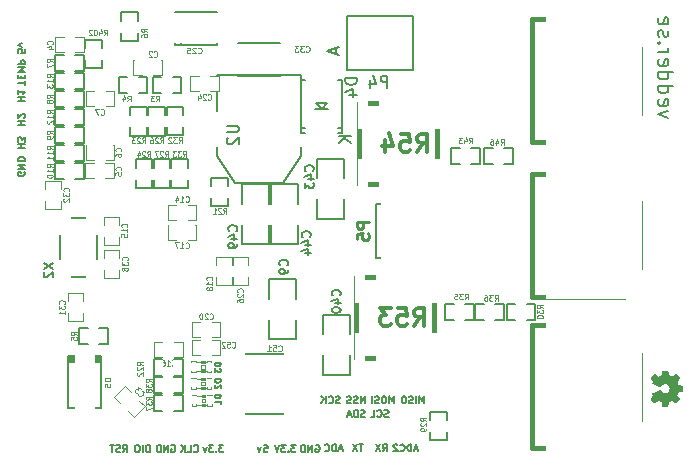
<source format=gbo>
G04 #@! TF.GenerationSoftware,KiCad,Pcbnew,(5.1.0)-1*
G04 #@! TF.CreationDate,2020-02-16T21:22:29+11:00*
G04 #@! TF.ProjectId,BLDC_4,424c4443-5f34-42e6-9b69-6361645f7063,A*
G04 #@! TF.SameCoordinates,Original*
G04 #@! TF.FileFunction,Legend,Bot*
G04 #@! TF.FilePolarity,Positive*
%FSLAX46Y46*%
G04 Gerber Fmt 4.6, Leading zero omitted, Abs format (unit mm)*
G04 Created by KiCad (PCBNEW (5.1.0)-1) date 2020-02-16 21:22:29*
%MOMM*%
%LPD*%
G04 APERTURE LIST*
%ADD10C,0.150000*%
%ADD11C,0.152400*%
%ADD12C,0.381000*%
%ADD13C,0.127000*%
%ADD14C,0.200660*%
%ADD15C,0.002540*%
%ADD16C,0.101600*%
%ADD17C,0.066040*%
%ADD18C,0.203200*%
%ADD19C,0.119380*%
%ADD20C,0.304800*%
%ADD21C,0.190500*%
%ADD22C,0.250000*%
%ADD23C,0.114300*%
%ADD24C,4.000000*%
%ADD25C,3.250000*%
%ADD26C,2.895000*%
%ADD27C,1.268000*%
%ADD28R,1.268000X1.268000*%
%ADD29R,1.800860X3.500120*%
%ADD30C,1.300480*%
%ADD31O,1.198880X1.699260*%
%ADD32R,1.198880X1.699260*%
%ADD33R,0.889000X2.540000*%
%ADD34R,5.588000X2.540000*%
%ADD35R,1.699260X2.540000*%
%ADD36R,1.198880X1.800860*%
%ADD37O,3.048000X1.524000*%
%ADD38R,1.950720X2.499360*%
%ADD39R,1.849120X5.499100*%
%ADD40R,0.797560X0.797560*%
%ADD41R,5.000000X4.000000*%
%ADD42R,3.200400X0.899160*%
%ADD43R,8.150860X10.800080*%
%ADD44R,2.032000X1.524000*%
%ADD45R,0.635000X1.143000*%
%ADD46R,1.143000X0.635000*%
%ADD47R,1.016000X2.032000*%
%ADD48R,3.657600X2.032000*%
%ADD49C,1.000000*%
%ADD50R,1.300000X1.300000*%
%ADD51C,1.300000*%
%ADD52C,0.635000*%
%ADD53C,3.000000*%
%ADD54O,3.300000X2.700000*%
%ADD55C,2.700000*%
%ADD56C,0.254000*%
G04 APERTURE END LIST*
D10*
X69633857Y-75158428D02*
X69633857Y-74558428D01*
X69291000Y-75158428D01*
X69291000Y-74558428D01*
X69033857Y-75129857D02*
X68948142Y-75158428D01*
X68805285Y-75158428D01*
X68748142Y-75129857D01*
X68719571Y-75101285D01*
X68691000Y-75044142D01*
X68691000Y-74987000D01*
X68719571Y-74929857D01*
X68748142Y-74901285D01*
X68805285Y-74872714D01*
X68919571Y-74844142D01*
X68976714Y-74815571D01*
X69005285Y-74787000D01*
X69033857Y-74729857D01*
X69033857Y-74672714D01*
X69005285Y-74615571D01*
X68976714Y-74587000D01*
X68919571Y-74558428D01*
X68776714Y-74558428D01*
X68691000Y-74587000D01*
X68462428Y-75129857D02*
X68376714Y-75158428D01*
X68233857Y-75158428D01*
X68176714Y-75129857D01*
X68148142Y-75101285D01*
X68119571Y-75044142D01*
X68119571Y-74987000D01*
X68148142Y-74929857D01*
X68176714Y-74901285D01*
X68233857Y-74872714D01*
X68348142Y-74844142D01*
X68405285Y-74815571D01*
X68433857Y-74787000D01*
X68462428Y-74729857D01*
X68462428Y-74672714D01*
X68433857Y-74615571D01*
X68405285Y-74587000D01*
X68348142Y-74558428D01*
X68205285Y-74558428D01*
X68119571Y-74587000D01*
X67503428Y-75129857D02*
X67417714Y-75158428D01*
X67274857Y-75158428D01*
X67217714Y-75129857D01*
X67189142Y-75101285D01*
X67160571Y-75044142D01*
X67160571Y-74987000D01*
X67189142Y-74929857D01*
X67217714Y-74901285D01*
X67274857Y-74872714D01*
X67389142Y-74844142D01*
X67446285Y-74815571D01*
X67474857Y-74787000D01*
X67503428Y-74729857D01*
X67503428Y-74672714D01*
X67474857Y-74615571D01*
X67446285Y-74587000D01*
X67389142Y-74558428D01*
X67246285Y-74558428D01*
X67160571Y-74587000D01*
X66560571Y-75101285D02*
X66589142Y-75129857D01*
X66674857Y-75158428D01*
X66732000Y-75158428D01*
X66817714Y-75129857D01*
X66874857Y-75072714D01*
X66903428Y-75015571D01*
X66932000Y-74901285D01*
X66932000Y-74815571D01*
X66903428Y-74701285D01*
X66874857Y-74644142D01*
X66817714Y-74587000D01*
X66732000Y-74558428D01*
X66674857Y-74558428D01*
X66589142Y-74587000D01*
X66560571Y-74615571D01*
X66303428Y-75158428D02*
X66303428Y-74558428D01*
X65960571Y-75158428D02*
X66217714Y-74815571D01*
X65960571Y-74558428D02*
X66303428Y-74901285D01*
X72119857Y-75158428D02*
X72119857Y-74558428D01*
X71919857Y-74987000D01*
X71719857Y-74558428D01*
X71719857Y-75158428D01*
X71319857Y-74558428D02*
X71205571Y-74558428D01*
X71148428Y-74587000D01*
X71091285Y-74644142D01*
X71062714Y-74758428D01*
X71062714Y-74958428D01*
X71091285Y-75072714D01*
X71148428Y-75129857D01*
X71205571Y-75158428D01*
X71319857Y-75158428D01*
X71377000Y-75129857D01*
X71434142Y-75072714D01*
X71462714Y-74958428D01*
X71462714Y-74758428D01*
X71434142Y-74644142D01*
X71377000Y-74587000D01*
X71319857Y-74558428D01*
X70834142Y-75129857D02*
X70748428Y-75158428D01*
X70605571Y-75158428D01*
X70548428Y-75129857D01*
X70519857Y-75101285D01*
X70491285Y-75044142D01*
X70491285Y-74987000D01*
X70519857Y-74929857D01*
X70548428Y-74901285D01*
X70605571Y-74872714D01*
X70719857Y-74844142D01*
X70777000Y-74815571D01*
X70805571Y-74787000D01*
X70834142Y-74729857D01*
X70834142Y-74672714D01*
X70805571Y-74615571D01*
X70777000Y-74587000D01*
X70719857Y-74558428D01*
X70577000Y-74558428D01*
X70491285Y-74587000D01*
X70234142Y-75158428D02*
X70234142Y-74558428D01*
X74659857Y-75158428D02*
X74659857Y-74558428D01*
X74459857Y-74987000D01*
X74259857Y-74558428D01*
X74259857Y-75158428D01*
X73974142Y-75158428D02*
X73974142Y-74558428D01*
X73717000Y-75129857D02*
X73631285Y-75158428D01*
X73488428Y-75158428D01*
X73431285Y-75129857D01*
X73402714Y-75101285D01*
X73374142Y-75044142D01*
X73374142Y-74987000D01*
X73402714Y-74929857D01*
X73431285Y-74901285D01*
X73488428Y-74872714D01*
X73602714Y-74844142D01*
X73659857Y-74815571D01*
X73688428Y-74787000D01*
X73717000Y-74729857D01*
X73717000Y-74672714D01*
X73688428Y-74615571D01*
X73659857Y-74587000D01*
X73602714Y-74558428D01*
X73459857Y-74558428D01*
X73374142Y-74587000D01*
X73002714Y-74558428D02*
X72888428Y-74558428D01*
X72831285Y-74587000D01*
X72774142Y-74644142D01*
X72745571Y-74758428D01*
X72745571Y-74958428D01*
X72774142Y-75072714D01*
X72831285Y-75129857D01*
X72888428Y-75158428D01*
X73002714Y-75158428D01*
X73059857Y-75129857D01*
X73117000Y-75072714D01*
X73145571Y-74958428D01*
X73145571Y-74758428D01*
X73117000Y-74644142D01*
X73059857Y-74587000D01*
X73002714Y-74558428D01*
X74110571Y-79051000D02*
X73824857Y-79051000D01*
X74167714Y-79222428D02*
X73967714Y-78622428D01*
X73767714Y-79222428D01*
X73567714Y-79222428D02*
X73567714Y-78622428D01*
X73424857Y-78622428D01*
X73339142Y-78651000D01*
X73282000Y-78708142D01*
X73253428Y-78765285D01*
X73224857Y-78879571D01*
X73224857Y-78965285D01*
X73253428Y-79079571D01*
X73282000Y-79136714D01*
X73339142Y-79193857D01*
X73424857Y-79222428D01*
X73567714Y-79222428D01*
X72624857Y-79165285D02*
X72653428Y-79193857D01*
X72739142Y-79222428D01*
X72796285Y-79222428D01*
X72882000Y-79193857D01*
X72939142Y-79136714D01*
X72967714Y-79079571D01*
X72996285Y-78965285D01*
X72996285Y-78879571D01*
X72967714Y-78765285D01*
X72939142Y-78708142D01*
X72882000Y-78651000D01*
X72796285Y-78622428D01*
X72739142Y-78622428D01*
X72653428Y-78651000D01*
X72624857Y-78679571D01*
X72396285Y-78679571D02*
X72367714Y-78651000D01*
X72310571Y-78622428D01*
X72167714Y-78622428D01*
X72110571Y-78651000D01*
X72082000Y-78679571D01*
X72053428Y-78736714D01*
X72053428Y-78793857D01*
X72082000Y-78879571D01*
X72424857Y-79222428D01*
X72053428Y-79222428D01*
X69619571Y-76272857D02*
X69533857Y-76301428D01*
X69391000Y-76301428D01*
X69333857Y-76272857D01*
X69305285Y-76244285D01*
X69276714Y-76187142D01*
X69276714Y-76130000D01*
X69305285Y-76072857D01*
X69333857Y-76044285D01*
X69391000Y-76015714D01*
X69505285Y-75987142D01*
X69562428Y-75958571D01*
X69591000Y-75930000D01*
X69619571Y-75872857D01*
X69619571Y-75815714D01*
X69591000Y-75758571D01*
X69562428Y-75730000D01*
X69505285Y-75701428D01*
X69362428Y-75701428D01*
X69276714Y-75730000D01*
X69019571Y-76301428D02*
X69019571Y-75701428D01*
X68876714Y-75701428D01*
X68791000Y-75730000D01*
X68733857Y-75787142D01*
X68705285Y-75844285D01*
X68676714Y-75958571D01*
X68676714Y-76044285D01*
X68705285Y-76158571D01*
X68733857Y-76215714D01*
X68791000Y-76272857D01*
X68876714Y-76301428D01*
X69019571Y-76301428D01*
X68448142Y-76130000D02*
X68162428Y-76130000D01*
X68505285Y-76301428D02*
X68305285Y-75701428D01*
X68105285Y-76301428D01*
X69475142Y-78622428D02*
X69132285Y-78622428D01*
X69303714Y-79222428D02*
X69303714Y-78622428D01*
X68989428Y-78622428D02*
X68589428Y-79222428D01*
X68589428Y-78622428D02*
X68989428Y-79222428D01*
X71637285Y-76272857D02*
X71551571Y-76301428D01*
X71408714Y-76301428D01*
X71351571Y-76272857D01*
X71323000Y-76244285D01*
X71294428Y-76187142D01*
X71294428Y-76130000D01*
X71323000Y-76072857D01*
X71351571Y-76044285D01*
X71408714Y-76015714D01*
X71523000Y-75987142D01*
X71580142Y-75958571D01*
X71608714Y-75930000D01*
X71637285Y-75872857D01*
X71637285Y-75815714D01*
X71608714Y-75758571D01*
X71580142Y-75730000D01*
X71523000Y-75701428D01*
X71380142Y-75701428D01*
X71294428Y-75730000D01*
X70694428Y-76244285D02*
X70723000Y-76272857D01*
X70808714Y-76301428D01*
X70865857Y-76301428D01*
X70951571Y-76272857D01*
X71008714Y-76215714D01*
X71037285Y-76158571D01*
X71065857Y-76044285D01*
X71065857Y-75958571D01*
X71037285Y-75844285D01*
X71008714Y-75787142D01*
X70951571Y-75730000D01*
X70865857Y-75701428D01*
X70808714Y-75701428D01*
X70723000Y-75730000D01*
X70694428Y-75758571D01*
X70151571Y-76301428D02*
X70437285Y-76301428D01*
X70437285Y-75701428D01*
X71150000Y-79222428D02*
X71350000Y-78936714D01*
X71492857Y-79222428D02*
X71492857Y-78622428D01*
X71264285Y-78622428D01*
X71207142Y-78651000D01*
X71178571Y-78679571D01*
X71150000Y-78736714D01*
X71150000Y-78822428D01*
X71178571Y-78879571D01*
X71207142Y-78908142D01*
X71264285Y-78936714D01*
X71492857Y-78936714D01*
X70950000Y-78622428D02*
X70550000Y-79222428D01*
X70550000Y-78622428D02*
X70950000Y-79222428D01*
X67728857Y-79051000D02*
X67443142Y-79051000D01*
X67786000Y-79222428D02*
X67586000Y-78622428D01*
X67386000Y-79222428D01*
X67186000Y-79222428D02*
X67186000Y-78622428D01*
X67043142Y-78622428D01*
X66957428Y-78651000D01*
X66900285Y-78708142D01*
X66871714Y-78765285D01*
X66843142Y-78879571D01*
X66843142Y-78965285D01*
X66871714Y-79079571D01*
X66900285Y-79136714D01*
X66957428Y-79193857D01*
X67043142Y-79222428D01*
X67186000Y-79222428D01*
X66243142Y-79165285D02*
X66271714Y-79193857D01*
X66357428Y-79222428D01*
X66414571Y-79222428D01*
X66500285Y-79193857D01*
X66557428Y-79136714D01*
X66586000Y-79079571D01*
X66614571Y-78965285D01*
X66614571Y-78879571D01*
X66586000Y-78765285D01*
X66557428Y-78708142D01*
X66500285Y-78651000D01*
X66414571Y-78622428D01*
X66357428Y-78622428D01*
X66271714Y-78651000D01*
X66243142Y-78679571D01*
D11*
X95325142Y-50986809D02*
X94478476Y-50684428D01*
X95325142Y-50382047D01*
X94538952Y-49414428D02*
X94478476Y-49535380D01*
X94478476Y-49777285D01*
X94538952Y-49898238D01*
X94659904Y-49958714D01*
X95143714Y-49958714D01*
X95264666Y-49898238D01*
X95325142Y-49777285D01*
X95325142Y-49535380D01*
X95264666Y-49414428D01*
X95143714Y-49353952D01*
X95022761Y-49353952D01*
X94901809Y-49958714D01*
X94478476Y-48265380D02*
X95748476Y-48265380D01*
X94538952Y-48265380D02*
X94478476Y-48386333D01*
X94478476Y-48628238D01*
X94538952Y-48749190D01*
X94599428Y-48809666D01*
X94720380Y-48870142D01*
X95083238Y-48870142D01*
X95204190Y-48809666D01*
X95264666Y-48749190D01*
X95325142Y-48628238D01*
X95325142Y-48386333D01*
X95264666Y-48265380D01*
X94478476Y-47116333D02*
X95748476Y-47116333D01*
X94538952Y-47116333D02*
X94478476Y-47237285D01*
X94478476Y-47479190D01*
X94538952Y-47600142D01*
X94599428Y-47660619D01*
X94720380Y-47721095D01*
X95083238Y-47721095D01*
X95204190Y-47660619D01*
X95264666Y-47600142D01*
X95325142Y-47479190D01*
X95325142Y-47237285D01*
X95264666Y-47116333D01*
X94538952Y-46027761D02*
X94478476Y-46148714D01*
X94478476Y-46390619D01*
X94538952Y-46511571D01*
X94659904Y-46572047D01*
X95143714Y-46572047D01*
X95264666Y-46511571D01*
X95325142Y-46390619D01*
X95325142Y-46148714D01*
X95264666Y-46027761D01*
X95143714Y-45967285D01*
X95022761Y-45967285D01*
X94901809Y-46572047D01*
X94478476Y-45423000D02*
X95325142Y-45423000D01*
X95083238Y-45423000D02*
X95204190Y-45362523D01*
X95264666Y-45302047D01*
X95325142Y-45181095D01*
X95325142Y-45060142D01*
X94599428Y-44636809D02*
X94538952Y-44576333D01*
X94478476Y-44636809D01*
X94538952Y-44697285D01*
X94599428Y-44636809D01*
X94478476Y-44636809D01*
X94538952Y-44092523D02*
X94478476Y-43971571D01*
X94478476Y-43729666D01*
X94538952Y-43608714D01*
X94659904Y-43548238D01*
X94720380Y-43548238D01*
X94841333Y-43608714D01*
X94901809Y-43729666D01*
X94901809Y-43911095D01*
X94962285Y-44032047D01*
X95083238Y-44092523D01*
X95143714Y-44092523D01*
X95264666Y-44032047D01*
X95325142Y-43911095D01*
X95325142Y-43729666D01*
X95264666Y-43608714D01*
X94538952Y-42520142D02*
X94478476Y-42641095D01*
X94478476Y-42883000D01*
X94538952Y-43003952D01*
X94659904Y-43064428D01*
X95143714Y-43064428D01*
X95264666Y-43003952D01*
X95325142Y-42883000D01*
X95325142Y-42641095D01*
X95264666Y-42520142D01*
X95143714Y-42459666D01*
X95022761Y-42459666D01*
X94901809Y-43064428D01*
D10*
X65457142Y-78700000D02*
X65514285Y-78671428D01*
X65600000Y-78671428D01*
X65685714Y-78700000D01*
X65742857Y-78757142D01*
X65771428Y-78814285D01*
X65800000Y-78928571D01*
X65800000Y-79014285D01*
X65771428Y-79128571D01*
X65742857Y-79185714D01*
X65685714Y-79242857D01*
X65600000Y-79271428D01*
X65542857Y-79271428D01*
X65457142Y-79242857D01*
X65428571Y-79214285D01*
X65428571Y-79014285D01*
X65542857Y-79014285D01*
X65171428Y-79271428D02*
X65171428Y-78671428D01*
X64828571Y-79271428D01*
X64828571Y-78671428D01*
X64542857Y-79271428D02*
X64542857Y-78671428D01*
X64400000Y-78671428D01*
X64314285Y-78700000D01*
X64257142Y-78757142D01*
X64228571Y-78814285D01*
X64200000Y-78928571D01*
X64200000Y-79014285D01*
X64228571Y-79128571D01*
X64257142Y-79185714D01*
X64314285Y-79242857D01*
X64400000Y-79271428D01*
X64542857Y-79271428D01*
X63785714Y-78671428D02*
X63414285Y-78671428D01*
X63614285Y-78900000D01*
X63528571Y-78900000D01*
X63471428Y-78928571D01*
X63442857Y-78957142D01*
X63414285Y-79014285D01*
X63414285Y-79157142D01*
X63442857Y-79214285D01*
X63471428Y-79242857D01*
X63528571Y-79271428D01*
X63700000Y-79271428D01*
X63757142Y-79242857D01*
X63785714Y-79214285D01*
X63157142Y-79214285D02*
X63128571Y-79242857D01*
X63157142Y-79271428D01*
X63185714Y-79242857D01*
X63157142Y-79214285D01*
X63157142Y-79271428D01*
X62928571Y-78671428D02*
X62557142Y-78671428D01*
X62757142Y-78900000D01*
X62671428Y-78900000D01*
X62614285Y-78928571D01*
X62585714Y-78957142D01*
X62557142Y-79014285D01*
X62557142Y-79157142D01*
X62585714Y-79214285D01*
X62614285Y-79242857D01*
X62671428Y-79271428D01*
X62842857Y-79271428D01*
X62900000Y-79242857D01*
X62928571Y-79214285D01*
X62385714Y-78671428D02*
X62185714Y-79271428D01*
X61985714Y-78671428D01*
X61085714Y-78671428D02*
X61371428Y-78671428D01*
X61400000Y-78957142D01*
X61371428Y-78928571D01*
X61314285Y-78900000D01*
X61171428Y-78900000D01*
X61114285Y-78928571D01*
X61085714Y-78957142D01*
X61057142Y-79014285D01*
X61057142Y-79157142D01*
X61085714Y-79214285D01*
X61114285Y-79242857D01*
X61171428Y-79271428D01*
X61314285Y-79271428D01*
X61371428Y-79242857D01*
X61400000Y-79214285D01*
X60857142Y-78871428D02*
X60714285Y-79271428D01*
X60571428Y-78871428D01*
X49128571Y-79271428D02*
X49328571Y-78985714D01*
X49471428Y-79271428D02*
X49471428Y-78671428D01*
X49242857Y-78671428D01*
X49185714Y-78700000D01*
X49157142Y-78728571D01*
X49128571Y-78785714D01*
X49128571Y-78871428D01*
X49157142Y-78928571D01*
X49185714Y-78957142D01*
X49242857Y-78985714D01*
X49471428Y-78985714D01*
X48900000Y-79242857D02*
X48814285Y-79271428D01*
X48671428Y-79271428D01*
X48614285Y-79242857D01*
X48585714Y-79214285D01*
X48557142Y-79157142D01*
X48557142Y-79100000D01*
X48585714Y-79042857D01*
X48614285Y-79014285D01*
X48671428Y-78985714D01*
X48785714Y-78957142D01*
X48842857Y-78928571D01*
X48871428Y-78900000D01*
X48900000Y-78842857D01*
X48900000Y-78785714D01*
X48871428Y-78728571D01*
X48842857Y-78700000D01*
X48785714Y-78671428D01*
X48642857Y-78671428D01*
X48557142Y-78700000D01*
X48385714Y-78671428D02*
X48042857Y-78671428D01*
X48214285Y-79271428D02*
X48214285Y-78671428D01*
X51414285Y-79271428D02*
X51414285Y-78671428D01*
X51271428Y-78671428D01*
X51185714Y-78700000D01*
X51128571Y-78757142D01*
X51100000Y-78814285D01*
X51071428Y-78928571D01*
X51071428Y-79014285D01*
X51100000Y-79128571D01*
X51128571Y-79185714D01*
X51185714Y-79242857D01*
X51271428Y-79271428D01*
X51414285Y-79271428D01*
X50814285Y-79271428D02*
X50814285Y-78671428D01*
X50414285Y-78671428D02*
X50300000Y-78671428D01*
X50242857Y-78700000D01*
X50185714Y-78757142D01*
X50157142Y-78871428D01*
X50157142Y-79071428D01*
X50185714Y-79185714D01*
X50242857Y-79242857D01*
X50300000Y-79271428D01*
X50414285Y-79271428D01*
X50471428Y-79242857D01*
X50528571Y-79185714D01*
X50557142Y-79071428D01*
X50557142Y-78871428D01*
X50528571Y-78757142D01*
X50471428Y-78700000D01*
X50414285Y-78671428D01*
X53257142Y-78700000D02*
X53314285Y-78671428D01*
X53400000Y-78671428D01*
X53485714Y-78700000D01*
X53542857Y-78757142D01*
X53571428Y-78814285D01*
X53600000Y-78928571D01*
X53600000Y-79014285D01*
X53571428Y-79128571D01*
X53542857Y-79185714D01*
X53485714Y-79242857D01*
X53400000Y-79271428D01*
X53342857Y-79271428D01*
X53257142Y-79242857D01*
X53228571Y-79214285D01*
X53228571Y-79014285D01*
X53342857Y-79014285D01*
X52971428Y-79271428D02*
X52971428Y-78671428D01*
X52628571Y-79271428D01*
X52628571Y-78671428D01*
X52342857Y-79271428D02*
X52342857Y-78671428D01*
X52200000Y-78671428D01*
X52114285Y-78700000D01*
X52057142Y-78757142D01*
X52028571Y-78814285D01*
X52000000Y-78928571D01*
X52000000Y-79014285D01*
X52028571Y-79128571D01*
X52057142Y-79185714D01*
X52114285Y-79242857D01*
X52200000Y-79271428D01*
X52342857Y-79271428D01*
X55157142Y-79214285D02*
X55185714Y-79242857D01*
X55271428Y-79271428D01*
X55328571Y-79271428D01*
X55414285Y-79242857D01*
X55471428Y-79185714D01*
X55500000Y-79128571D01*
X55528571Y-79014285D01*
X55528571Y-78928571D01*
X55500000Y-78814285D01*
X55471428Y-78757142D01*
X55414285Y-78700000D01*
X55328571Y-78671428D01*
X55271428Y-78671428D01*
X55185714Y-78700000D01*
X55157142Y-78728571D01*
X54614285Y-79271428D02*
X54900000Y-79271428D01*
X54900000Y-78671428D01*
X54414285Y-79271428D02*
X54414285Y-78671428D01*
X54071428Y-79271428D02*
X54328571Y-78928571D01*
X54071428Y-78671428D02*
X54414285Y-79014285D01*
X57657142Y-78671428D02*
X57285714Y-78671428D01*
X57485714Y-78900000D01*
X57400000Y-78900000D01*
X57342857Y-78928571D01*
X57314285Y-78957142D01*
X57285714Y-79014285D01*
X57285714Y-79157142D01*
X57314285Y-79214285D01*
X57342857Y-79242857D01*
X57400000Y-79271428D01*
X57571428Y-79271428D01*
X57628571Y-79242857D01*
X57657142Y-79214285D01*
X57028571Y-79214285D02*
X57000000Y-79242857D01*
X57028571Y-79271428D01*
X57057142Y-79242857D01*
X57028571Y-79214285D01*
X57028571Y-79271428D01*
X56800000Y-78671428D02*
X56428571Y-78671428D01*
X56628571Y-78900000D01*
X56542857Y-78900000D01*
X56485714Y-78928571D01*
X56457142Y-78957142D01*
X56428571Y-79014285D01*
X56428571Y-79157142D01*
X56457142Y-79214285D01*
X56485714Y-79242857D01*
X56542857Y-79271428D01*
X56714285Y-79271428D01*
X56771428Y-79242857D01*
X56800000Y-79214285D01*
X56228571Y-78871428D02*
X56085714Y-79271428D01*
X55942857Y-78871428D01*
X40828571Y-45185714D02*
X40828571Y-45471428D01*
X40542857Y-45500000D01*
X40571428Y-45471428D01*
X40600000Y-45414285D01*
X40600000Y-45271428D01*
X40571428Y-45214285D01*
X40542857Y-45185714D01*
X40485714Y-45157142D01*
X40342857Y-45157142D01*
X40285714Y-45185714D01*
X40257142Y-45214285D01*
X40228571Y-45271428D01*
X40228571Y-45414285D01*
X40257142Y-45471428D01*
X40285714Y-45500000D01*
X40628571Y-44957142D02*
X40228571Y-44814285D01*
X40628571Y-44671428D01*
X40828571Y-48185714D02*
X40828571Y-47842857D01*
X40228571Y-48014285D02*
X40828571Y-48014285D01*
X40542857Y-47642857D02*
X40542857Y-47442857D01*
X40228571Y-47357142D02*
X40228571Y-47642857D01*
X40828571Y-47642857D01*
X40828571Y-47357142D01*
X40228571Y-47100000D02*
X40828571Y-47100000D01*
X40400000Y-46900000D01*
X40828571Y-46700000D01*
X40228571Y-46700000D01*
X40228571Y-46414285D02*
X40828571Y-46414285D01*
X40828571Y-46185714D01*
X40800000Y-46128571D01*
X40771428Y-46100000D01*
X40714285Y-46071428D01*
X40628571Y-46071428D01*
X40571428Y-46100000D01*
X40542857Y-46128571D01*
X40514285Y-46185714D01*
X40514285Y-46414285D01*
X40228571Y-49557142D02*
X40828571Y-49557142D01*
X40542857Y-49557142D02*
X40542857Y-49214285D01*
X40228571Y-49214285D02*
X40828571Y-49214285D01*
X40228571Y-48614285D02*
X40228571Y-48957142D01*
X40228571Y-48785714D02*
X40828571Y-48785714D01*
X40742857Y-48842857D01*
X40685714Y-48900000D01*
X40657142Y-48957142D01*
X40228571Y-51557142D02*
X40828571Y-51557142D01*
X40542857Y-51557142D02*
X40542857Y-51214285D01*
X40228571Y-51214285D02*
X40828571Y-51214285D01*
X40771428Y-50957142D02*
X40800000Y-50928571D01*
X40828571Y-50871428D01*
X40828571Y-50728571D01*
X40800000Y-50671428D01*
X40771428Y-50642857D01*
X40714285Y-50614285D01*
X40657142Y-50614285D01*
X40571428Y-50642857D01*
X40228571Y-50985714D01*
X40228571Y-50614285D01*
X40228571Y-53557142D02*
X40828571Y-53557142D01*
X40542857Y-53557142D02*
X40542857Y-53214285D01*
X40228571Y-53214285D02*
X40828571Y-53214285D01*
X40828571Y-52985714D02*
X40828571Y-52614285D01*
X40600000Y-52814285D01*
X40600000Y-52728571D01*
X40571428Y-52671428D01*
X40542857Y-52642857D01*
X40485714Y-52614285D01*
X40342857Y-52614285D01*
X40285714Y-52642857D01*
X40257142Y-52671428D01*
X40228571Y-52728571D01*
X40228571Y-52900000D01*
X40257142Y-52957142D01*
X40285714Y-52985714D01*
X40800000Y-55557142D02*
X40828571Y-55614285D01*
X40828571Y-55700000D01*
X40800000Y-55785714D01*
X40742857Y-55842857D01*
X40685714Y-55871428D01*
X40571428Y-55900000D01*
X40485714Y-55900000D01*
X40371428Y-55871428D01*
X40314285Y-55842857D01*
X40257142Y-55785714D01*
X40228571Y-55700000D01*
X40228571Y-55642857D01*
X40257142Y-55557142D01*
X40285714Y-55528571D01*
X40485714Y-55528571D01*
X40485714Y-55642857D01*
X40228571Y-55271428D02*
X40828571Y-55271428D01*
X40228571Y-54928571D01*
X40828571Y-54928571D01*
X40228571Y-54642857D02*
X40828571Y-54642857D01*
X40828571Y-54500000D01*
X40800000Y-54414285D01*
X40742857Y-54357142D01*
X40685714Y-54328571D01*
X40571428Y-54300000D01*
X40485714Y-54300000D01*
X40371428Y-54328571D01*
X40314285Y-54357142D01*
X40257142Y-54414285D01*
X40228571Y-54500000D01*
X40228571Y-54642857D01*
X67720060Y-52245440D02*
X67720060Y-47744560D01*
X64219940Y-52245440D02*
X64219940Y-47744560D01*
X67720060Y-47744560D02*
X67369540Y-47744560D01*
X67720060Y-52245440D02*
X67369540Y-52245440D01*
X64219940Y-52245440D02*
X64570460Y-52245440D01*
X64219940Y-47744560D02*
X64570460Y-47744560D01*
X67720060Y-51794140D02*
X67369540Y-51794140D01*
X64219940Y-51794140D02*
X64570460Y-51794140D01*
X66520000Y-50245000D02*
X65420000Y-50245000D01*
X65520000Y-49695000D02*
X65970000Y-50245000D01*
X66420000Y-49695000D02*
X65520000Y-49695000D01*
X65970000Y-50245000D02*
X66420000Y-49695000D01*
D12*
X68891000Y-71331000D02*
X68891000Y-64473000D01*
X75495000Y-71331000D02*
X68891000Y-71331000D01*
X75495000Y-64473000D02*
X75495000Y-71331000D01*
X68891000Y-64473000D02*
X75495000Y-64473000D01*
X69145000Y-56599000D02*
X69145000Y-49741000D01*
X75749000Y-56599000D02*
X69145000Y-56599000D01*
X75749000Y-49741000D02*
X75749000Y-56599000D01*
X69145000Y-49741000D02*
X75749000Y-49741000D01*
D13*
X44504460Y-71163360D02*
X47303540Y-71163360D01*
X44504460Y-75562640D02*
X44504460Y-71163360D01*
X47303540Y-75562640D02*
X44504460Y-75562640D01*
X47303540Y-71163360D02*
X47303540Y-75562640D01*
X47303540Y-71663740D02*
X44504460Y-71663740D01*
X47303540Y-71562140D02*
X44504460Y-71562140D01*
X44504460Y-71463080D02*
X47303540Y-71463080D01*
X47303540Y-71364020D02*
X44504460Y-71364020D01*
X44504460Y-71262420D02*
X47303540Y-71262420D01*
D14*
X46996200Y-59433640D02*
X43795800Y-59433640D01*
X46996200Y-64432360D02*
X46996200Y-59433640D01*
X43795800Y-64432360D02*
X46996200Y-64432360D01*
X43795800Y-59433640D02*
X43795800Y-64432360D01*
D15*
G36*
X93833800Y-74780320D02*
G01*
X93841420Y-74762540D01*
X93864280Y-74729520D01*
X93897300Y-74678720D01*
X93935400Y-74620300D01*
X93976040Y-74559340D01*
X94009060Y-74511080D01*
X94031920Y-74475520D01*
X94039540Y-74462820D01*
X94037000Y-74455200D01*
X94021760Y-74427260D01*
X94001440Y-74386620D01*
X93988740Y-74361220D01*
X93973500Y-74323120D01*
X93968420Y-74305340D01*
X93973500Y-74302800D01*
X94003980Y-74287560D01*
X94052240Y-74267240D01*
X94118280Y-74239300D01*
X94194480Y-74206280D01*
X94275760Y-74170720D01*
X94359580Y-74137700D01*
X94438320Y-74104680D01*
X94511980Y-74074200D01*
X94570400Y-74051340D01*
X94611040Y-74036100D01*
X94628820Y-74028480D01*
X94631360Y-74031020D01*
X94649140Y-74048800D01*
X94674540Y-74081820D01*
X94732960Y-74152940D01*
X94819320Y-74224060D01*
X94918380Y-74267240D01*
X95030140Y-74279940D01*
X95131740Y-74269780D01*
X95228260Y-74229140D01*
X95317160Y-74160560D01*
X95383200Y-74076740D01*
X95423840Y-73980220D01*
X95436540Y-73871000D01*
X95426380Y-73766860D01*
X95385740Y-73667800D01*
X95319700Y-73578900D01*
X95276520Y-73540800D01*
X95185080Y-73490000D01*
X95091100Y-73459520D01*
X95068240Y-73456980D01*
X94961560Y-73462060D01*
X94859960Y-73492540D01*
X94771060Y-73548420D01*
X94697400Y-73624620D01*
X94689780Y-73634780D01*
X94661840Y-73670340D01*
X94644060Y-73695740D01*
X94628820Y-73713520D01*
X94306240Y-73578900D01*
X94255440Y-73558580D01*
X94166540Y-73520480D01*
X94090340Y-73490000D01*
X94029380Y-73462060D01*
X93988740Y-73444280D01*
X93973500Y-73436660D01*
X93970960Y-73423960D01*
X93978580Y-73401100D01*
X94001440Y-73355380D01*
X94016680Y-73324900D01*
X94031920Y-73291880D01*
X94039540Y-73276640D01*
X94031920Y-73261400D01*
X94011600Y-73228380D01*
X93978580Y-73182660D01*
X93940480Y-73124240D01*
X93902380Y-73068360D01*
X93869360Y-73017560D01*
X93843960Y-72982000D01*
X93836340Y-72964220D01*
X93836340Y-72961680D01*
X93843960Y-72943900D01*
X93869360Y-72915960D01*
X93910000Y-72872780D01*
X93970960Y-72809280D01*
X93981120Y-72799120D01*
X94031920Y-72748320D01*
X94077640Y-72707680D01*
X94108120Y-72679740D01*
X94120820Y-72669580D01*
X94138600Y-72679740D01*
X94176700Y-72702600D01*
X94227500Y-72735620D01*
X94288460Y-72776260D01*
X94443400Y-72882940D01*
X94588180Y-72824520D01*
X94633900Y-72806740D01*
X94689780Y-72783880D01*
X94727880Y-72766100D01*
X94745660Y-72758480D01*
X94750740Y-72740700D01*
X94760900Y-72702600D01*
X94771060Y-72644180D01*
X94783760Y-72573060D01*
X94796460Y-72507020D01*
X94809160Y-72448600D01*
X94816780Y-72405420D01*
X94819320Y-72385100D01*
X94824400Y-72380020D01*
X94832020Y-72377480D01*
X94852340Y-72374940D01*
X94890440Y-72372400D01*
X94946320Y-72372400D01*
X95030140Y-72372400D01*
X95037760Y-72372400D01*
X95116500Y-72372400D01*
X95180000Y-72374940D01*
X95218100Y-72377480D01*
X95235880Y-72380020D01*
X95240960Y-72397800D01*
X95248580Y-72440980D01*
X95261280Y-72499400D01*
X95273980Y-72570520D01*
X95273980Y-72575600D01*
X95289220Y-72646720D01*
X95301920Y-72705140D01*
X95309540Y-72748320D01*
X95317160Y-72766100D01*
X95322240Y-72768640D01*
X95350180Y-72783880D01*
X95393360Y-72804200D01*
X95446700Y-72827060D01*
X95502580Y-72849920D01*
X95553380Y-72870240D01*
X95588940Y-72882940D01*
X95606720Y-72888020D01*
X95624500Y-72877860D01*
X95660060Y-72852460D01*
X95710860Y-72816900D01*
X95771820Y-72776260D01*
X95776900Y-72773720D01*
X95837860Y-72733080D01*
X95888660Y-72700060D01*
X95924220Y-72677200D01*
X95939460Y-72669580D01*
X95942000Y-72669580D01*
X95959780Y-72682280D01*
X95992800Y-72712760D01*
X96038520Y-72758480D01*
X96091860Y-72809280D01*
X96107100Y-72827060D01*
X96165520Y-72885480D01*
X96201080Y-72926120D01*
X96221400Y-72951520D01*
X96226480Y-72961680D01*
X96226480Y-72964220D01*
X96216320Y-72982000D01*
X96190920Y-73020100D01*
X96155360Y-73070900D01*
X96114720Y-73131860D01*
X96112180Y-73134400D01*
X96071540Y-73195360D01*
X96035980Y-73246160D01*
X96013120Y-73281720D01*
X96005500Y-73296960D01*
X96005500Y-73299500D01*
X96010580Y-73322360D01*
X96025820Y-73365540D01*
X96046140Y-73418880D01*
X96069000Y-73474760D01*
X96089320Y-73525560D01*
X96107100Y-73561120D01*
X96117260Y-73578900D01*
X96117260Y-73581440D01*
X96140120Y-73586520D01*
X96185840Y-73596680D01*
X96246800Y-73609380D01*
X96320460Y-73624620D01*
X96330620Y-73627160D01*
X96404280Y-73639860D01*
X96462700Y-73650020D01*
X96503340Y-73660180D01*
X96521120Y-73662720D01*
X96521120Y-73672880D01*
X96523660Y-73708440D01*
X96526200Y-73761780D01*
X96526200Y-73827820D01*
X96526200Y-73893860D01*
X96526200Y-73959900D01*
X96523660Y-74015780D01*
X96521120Y-74056420D01*
X96516040Y-74074200D01*
X96493180Y-74079280D01*
X96450000Y-74089440D01*
X96386500Y-74102140D01*
X96312840Y-74117380D01*
X96300140Y-74119920D01*
X96229020Y-74132620D01*
X96170600Y-74145320D01*
X96129960Y-74152940D01*
X96114720Y-74158020D01*
X96112180Y-74163100D01*
X96096940Y-74193580D01*
X96079160Y-74241840D01*
X96053760Y-74300260D01*
X95997880Y-74437420D01*
X96114720Y-74605060D01*
X96124880Y-74620300D01*
X96165520Y-74681260D01*
X96198540Y-74732060D01*
X96221400Y-74767620D01*
X96229020Y-74780320D01*
X96229020Y-74782860D01*
X96213780Y-74798100D01*
X96183300Y-74831120D01*
X96137580Y-74876840D01*
X96086780Y-74930180D01*
X96046140Y-74970820D01*
X96000420Y-75016540D01*
X95967400Y-75044480D01*
X95947080Y-75062260D01*
X95934380Y-75067340D01*
X95926760Y-75064800D01*
X95908980Y-75054640D01*
X95873420Y-75029240D01*
X95820080Y-74996220D01*
X95761660Y-74955580D01*
X95710860Y-74920020D01*
X95654980Y-74884460D01*
X95614340Y-74861600D01*
X95596560Y-74851440D01*
X95586400Y-74853980D01*
X95553380Y-74866680D01*
X95505120Y-74887000D01*
X95444160Y-74912400D01*
X95312080Y-74970820D01*
X95294300Y-75057180D01*
X95284140Y-75110520D01*
X95271440Y-75184180D01*
X95256200Y-75255300D01*
X95235880Y-75367060D01*
X94832020Y-75369600D01*
X94824400Y-75351820D01*
X94819320Y-75336580D01*
X94809160Y-75295940D01*
X94799000Y-75237520D01*
X94786300Y-75168940D01*
X94773600Y-75107980D01*
X94763440Y-75049560D01*
X94755820Y-75006380D01*
X94750740Y-74988600D01*
X94745660Y-74983520D01*
X94715180Y-74968280D01*
X94669460Y-74947960D01*
X94616120Y-74925100D01*
X94557700Y-74899700D01*
X94506900Y-74879380D01*
X94466260Y-74864140D01*
X94445940Y-74859060D01*
X94430700Y-74866680D01*
X94395140Y-74889540D01*
X94344340Y-74922560D01*
X94285920Y-74963200D01*
X94227500Y-75003840D01*
X94176700Y-75036860D01*
X94141140Y-75062260D01*
X94123360Y-75069880D01*
X94113200Y-75064800D01*
X94085260Y-75041940D01*
X94039540Y-74998760D01*
X93973500Y-74932720D01*
X93963340Y-74920020D01*
X93912540Y-74869220D01*
X93871900Y-74823500D01*
X93843960Y-74793020D01*
X93833800Y-74780320D01*
X93833800Y-74780320D01*
G37*
X93833800Y-74780320D02*
X93841420Y-74762540D01*
X93864280Y-74729520D01*
X93897300Y-74678720D01*
X93935400Y-74620300D01*
X93976040Y-74559340D01*
X94009060Y-74511080D01*
X94031920Y-74475520D01*
X94039540Y-74462820D01*
X94037000Y-74455200D01*
X94021760Y-74427260D01*
X94001440Y-74386620D01*
X93988740Y-74361220D01*
X93973500Y-74323120D01*
X93968420Y-74305340D01*
X93973500Y-74302800D01*
X94003980Y-74287560D01*
X94052240Y-74267240D01*
X94118280Y-74239300D01*
X94194480Y-74206280D01*
X94275760Y-74170720D01*
X94359580Y-74137700D01*
X94438320Y-74104680D01*
X94511980Y-74074200D01*
X94570400Y-74051340D01*
X94611040Y-74036100D01*
X94628820Y-74028480D01*
X94631360Y-74031020D01*
X94649140Y-74048800D01*
X94674540Y-74081820D01*
X94732960Y-74152940D01*
X94819320Y-74224060D01*
X94918380Y-74267240D01*
X95030140Y-74279940D01*
X95131740Y-74269780D01*
X95228260Y-74229140D01*
X95317160Y-74160560D01*
X95383200Y-74076740D01*
X95423840Y-73980220D01*
X95436540Y-73871000D01*
X95426380Y-73766860D01*
X95385740Y-73667800D01*
X95319700Y-73578900D01*
X95276520Y-73540800D01*
X95185080Y-73490000D01*
X95091100Y-73459520D01*
X95068240Y-73456980D01*
X94961560Y-73462060D01*
X94859960Y-73492540D01*
X94771060Y-73548420D01*
X94697400Y-73624620D01*
X94689780Y-73634780D01*
X94661840Y-73670340D01*
X94644060Y-73695740D01*
X94628820Y-73713520D01*
X94306240Y-73578900D01*
X94255440Y-73558580D01*
X94166540Y-73520480D01*
X94090340Y-73490000D01*
X94029380Y-73462060D01*
X93988740Y-73444280D01*
X93973500Y-73436660D01*
X93970960Y-73423960D01*
X93978580Y-73401100D01*
X94001440Y-73355380D01*
X94016680Y-73324900D01*
X94031920Y-73291880D01*
X94039540Y-73276640D01*
X94031920Y-73261400D01*
X94011600Y-73228380D01*
X93978580Y-73182660D01*
X93940480Y-73124240D01*
X93902380Y-73068360D01*
X93869360Y-73017560D01*
X93843960Y-72982000D01*
X93836340Y-72964220D01*
X93836340Y-72961680D01*
X93843960Y-72943900D01*
X93869360Y-72915960D01*
X93910000Y-72872780D01*
X93970960Y-72809280D01*
X93981120Y-72799120D01*
X94031920Y-72748320D01*
X94077640Y-72707680D01*
X94108120Y-72679740D01*
X94120820Y-72669580D01*
X94138600Y-72679740D01*
X94176700Y-72702600D01*
X94227500Y-72735620D01*
X94288460Y-72776260D01*
X94443400Y-72882940D01*
X94588180Y-72824520D01*
X94633900Y-72806740D01*
X94689780Y-72783880D01*
X94727880Y-72766100D01*
X94745660Y-72758480D01*
X94750740Y-72740700D01*
X94760900Y-72702600D01*
X94771060Y-72644180D01*
X94783760Y-72573060D01*
X94796460Y-72507020D01*
X94809160Y-72448600D01*
X94816780Y-72405420D01*
X94819320Y-72385100D01*
X94824400Y-72380020D01*
X94832020Y-72377480D01*
X94852340Y-72374940D01*
X94890440Y-72372400D01*
X94946320Y-72372400D01*
X95030140Y-72372400D01*
X95037760Y-72372400D01*
X95116500Y-72372400D01*
X95180000Y-72374940D01*
X95218100Y-72377480D01*
X95235880Y-72380020D01*
X95240960Y-72397800D01*
X95248580Y-72440980D01*
X95261280Y-72499400D01*
X95273980Y-72570520D01*
X95273980Y-72575600D01*
X95289220Y-72646720D01*
X95301920Y-72705140D01*
X95309540Y-72748320D01*
X95317160Y-72766100D01*
X95322240Y-72768640D01*
X95350180Y-72783880D01*
X95393360Y-72804200D01*
X95446700Y-72827060D01*
X95502580Y-72849920D01*
X95553380Y-72870240D01*
X95588940Y-72882940D01*
X95606720Y-72888020D01*
X95624500Y-72877860D01*
X95660060Y-72852460D01*
X95710860Y-72816900D01*
X95771820Y-72776260D01*
X95776900Y-72773720D01*
X95837860Y-72733080D01*
X95888660Y-72700060D01*
X95924220Y-72677200D01*
X95939460Y-72669580D01*
X95942000Y-72669580D01*
X95959780Y-72682280D01*
X95992800Y-72712760D01*
X96038520Y-72758480D01*
X96091860Y-72809280D01*
X96107100Y-72827060D01*
X96165520Y-72885480D01*
X96201080Y-72926120D01*
X96221400Y-72951520D01*
X96226480Y-72961680D01*
X96226480Y-72964220D01*
X96216320Y-72982000D01*
X96190920Y-73020100D01*
X96155360Y-73070900D01*
X96114720Y-73131860D01*
X96112180Y-73134400D01*
X96071540Y-73195360D01*
X96035980Y-73246160D01*
X96013120Y-73281720D01*
X96005500Y-73296960D01*
X96005500Y-73299500D01*
X96010580Y-73322360D01*
X96025820Y-73365540D01*
X96046140Y-73418880D01*
X96069000Y-73474760D01*
X96089320Y-73525560D01*
X96107100Y-73561120D01*
X96117260Y-73578900D01*
X96117260Y-73581440D01*
X96140120Y-73586520D01*
X96185840Y-73596680D01*
X96246800Y-73609380D01*
X96320460Y-73624620D01*
X96330620Y-73627160D01*
X96404280Y-73639860D01*
X96462700Y-73650020D01*
X96503340Y-73660180D01*
X96521120Y-73662720D01*
X96521120Y-73672880D01*
X96523660Y-73708440D01*
X96526200Y-73761780D01*
X96526200Y-73827820D01*
X96526200Y-73893860D01*
X96526200Y-73959900D01*
X96523660Y-74015780D01*
X96521120Y-74056420D01*
X96516040Y-74074200D01*
X96493180Y-74079280D01*
X96450000Y-74089440D01*
X96386500Y-74102140D01*
X96312840Y-74117380D01*
X96300140Y-74119920D01*
X96229020Y-74132620D01*
X96170600Y-74145320D01*
X96129960Y-74152940D01*
X96114720Y-74158020D01*
X96112180Y-74163100D01*
X96096940Y-74193580D01*
X96079160Y-74241840D01*
X96053760Y-74300260D01*
X95997880Y-74437420D01*
X96114720Y-74605060D01*
X96124880Y-74620300D01*
X96165520Y-74681260D01*
X96198540Y-74732060D01*
X96221400Y-74767620D01*
X96229020Y-74780320D01*
X96229020Y-74782860D01*
X96213780Y-74798100D01*
X96183300Y-74831120D01*
X96137580Y-74876840D01*
X96086780Y-74930180D01*
X96046140Y-74970820D01*
X96000420Y-75016540D01*
X95967400Y-75044480D01*
X95947080Y-75062260D01*
X95934380Y-75067340D01*
X95926760Y-75064800D01*
X95908980Y-75054640D01*
X95873420Y-75029240D01*
X95820080Y-74996220D01*
X95761660Y-74955580D01*
X95710860Y-74920020D01*
X95654980Y-74884460D01*
X95614340Y-74861600D01*
X95596560Y-74851440D01*
X95586400Y-74853980D01*
X95553380Y-74866680D01*
X95505120Y-74887000D01*
X95444160Y-74912400D01*
X95312080Y-74970820D01*
X95294300Y-75057180D01*
X95284140Y-75110520D01*
X95271440Y-75184180D01*
X95256200Y-75255300D01*
X95235880Y-75367060D01*
X94832020Y-75369600D01*
X94824400Y-75351820D01*
X94819320Y-75336580D01*
X94809160Y-75295940D01*
X94799000Y-75237520D01*
X94786300Y-75168940D01*
X94773600Y-75107980D01*
X94763440Y-75049560D01*
X94755820Y-75006380D01*
X94750740Y-74988600D01*
X94745660Y-74983520D01*
X94715180Y-74968280D01*
X94669460Y-74947960D01*
X94616120Y-74925100D01*
X94557700Y-74899700D01*
X94506900Y-74879380D01*
X94466260Y-74864140D01*
X94445940Y-74859060D01*
X94430700Y-74866680D01*
X94395140Y-74889540D01*
X94344340Y-74922560D01*
X94285920Y-74963200D01*
X94227500Y-75003840D01*
X94176700Y-75036860D01*
X94141140Y-75062260D01*
X94123360Y-75069880D01*
X94113200Y-75064800D01*
X94085260Y-75041940D01*
X94039540Y-74998760D01*
X93973500Y-74932720D01*
X93963340Y-74920020D01*
X93912540Y-74869220D01*
X93871900Y-74823500D01*
X93843960Y-74793020D01*
X93833800Y-74780320D01*
D13*
X53524000Y-44788000D02*
X53524000Y-41994000D01*
X57080000Y-44788000D02*
X53524000Y-44788000D01*
X57080000Y-41994000D02*
X57080000Y-44788000D01*
X53524000Y-41994000D02*
X57080000Y-41994000D01*
X54095500Y-41994000D02*
X54095500Y-44788000D01*
X62478000Y-44603000D02*
X62478000Y-47397000D01*
X58922000Y-44603000D02*
X62478000Y-44603000D01*
X58922000Y-47397000D02*
X58922000Y-44603000D01*
X62478000Y-47397000D02*
X58922000Y-47397000D01*
X61906500Y-47397000D02*
X61906500Y-44603000D01*
X63938000Y-76030000D02*
X63938000Y-70950000D01*
X58350000Y-76030000D02*
X63938000Y-76030000D01*
X58350000Y-70950000D02*
X58350000Y-76030000D01*
X63938000Y-70950000D02*
X58350000Y-70950000D01*
X63303000Y-70950000D02*
X63303000Y-76030000D01*
X58985000Y-70950000D02*
X58985000Y-76030000D01*
D16*
X56259580Y-74488220D02*
X55360420Y-74488220D01*
X56259580Y-75285780D02*
X55360420Y-75285780D01*
D17*
X55810000Y-75036860D02*
X56109720Y-75036860D01*
X56109720Y-75036860D02*
X56109720Y-74737140D01*
X55810000Y-74737140D02*
X56109720Y-74737140D01*
X55810000Y-75036860D02*
X55810000Y-74737140D01*
X55810000Y-74587280D02*
X56109720Y-74587280D01*
X56109720Y-74587280D02*
X56109720Y-74437420D01*
X55810000Y-74437420D02*
X56109720Y-74437420D01*
X55810000Y-74587280D02*
X55810000Y-74437420D01*
X55810000Y-75336580D02*
X56109720Y-75336580D01*
X56109720Y-75336580D02*
X56109720Y-75186720D01*
X55810000Y-75186720D02*
X56109720Y-75186720D01*
X55810000Y-75336580D02*
X55810000Y-75186720D01*
X54961640Y-75336580D02*
X55360420Y-75336580D01*
X55360420Y-75336580D02*
X55360420Y-74437420D01*
X54961640Y-74437420D02*
X55360420Y-74437420D01*
X54961640Y-75336580D02*
X54961640Y-74437420D01*
X56259580Y-75336580D02*
X56658360Y-75336580D01*
X56658360Y-75336580D02*
X56658360Y-74437420D01*
X56259580Y-74437420D02*
X56658360Y-74437420D01*
X56259580Y-75336580D02*
X56259580Y-74437420D01*
D16*
X56249580Y-73051220D02*
X55350420Y-73051220D01*
X56249580Y-73848780D02*
X55350420Y-73848780D01*
D17*
X55800000Y-73599860D02*
X56099720Y-73599860D01*
X56099720Y-73599860D02*
X56099720Y-73300140D01*
X55800000Y-73300140D02*
X56099720Y-73300140D01*
X55800000Y-73599860D02*
X55800000Y-73300140D01*
X55800000Y-73150280D02*
X56099720Y-73150280D01*
X56099720Y-73150280D02*
X56099720Y-73000420D01*
X55800000Y-73000420D02*
X56099720Y-73000420D01*
X55800000Y-73150280D02*
X55800000Y-73000420D01*
X55800000Y-73899580D02*
X56099720Y-73899580D01*
X56099720Y-73899580D02*
X56099720Y-73749720D01*
X55800000Y-73749720D02*
X56099720Y-73749720D01*
X55800000Y-73899580D02*
X55800000Y-73749720D01*
X54951640Y-73899580D02*
X55350420Y-73899580D01*
X55350420Y-73899580D02*
X55350420Y-73000420D01*
X54951640Y-73000420D02*
X55350420Y-73000420D01*
X54951640Y-73899580D02*
X54951640Y-73000420D01*
X56249580Y-73899580D02*
X56648360Y-73899580D01*
X56648360Y-73899580D02*
X56648360Y-73000420D01*
X56249580Y-73000420D02*
X56648360Y-73000420D01*
X56249580Y-73899580D02*
X56249580Y-73000420D01*
D16*
X56249580Y-71651220D02*
X55350420Y-71651220D01*
X56249580Y-72448780D02*
X55350420Y-72448780D01*
D17*
X55800000Y-72199860D02*
X56099720Y-72199860D01*
X56099720Y-72199860D02*
X56099720Y-71900140D01*
X55800000Y-71900140D02*
X56099720Y-71900140D01*
X55800000Y-72199860D02*
X55800000Y-71900140D01*
X55800000Y-71750280D02*
X56099720Y-71750280D01*
X56099720Y-71750280D02*
X56099720Y-71600420D01*
X55800000Y-71600420D02*
X56099720Y-71600420D01*
X55800000Y-71750280D02*
X55800000Y-71600420D01*
X55800000Y-72499580D02*
X56099720Y-72499580D01*
X56099720Y-72499580D02*
X56099720Y-72349720D01*
X55800000Y-72349720D02*
X56099720Y-72349720D01*
X55800000Y-72499580D02*
X55800000Y-72349720D01*
X54951640Y-72499580D02*
X55350420Y-72499580D01*
X55350420Y-72499580D02*
X55350420Y-71600420D01*
X54951640Y-71600420D02*
X55350420Y-71600420D01*
X54951640Y-72499580D02*
X54951640Y-71600420D01*
X56249580Y-72499580D02*
X56648360Y-72499580D01*
X56648360Y-72499580D02*
X56648360Y-71600420D01*
X56249580Y-71600420D02*
X56648360Y-71600420D01*
X56249580Y-72499580D02*
X56249580Y-71600420D01*
D10*
X73723000Y-42361000D02*
X68123000Y-42361000D01*
X73723000Y-46961000D02*
X73723000Y-42361000D01*
X68123000Y-46961000D02*
X73723000Y-46961000D01*
X68123000Y-42361000D02*
X68123000Y-46961000D01*
X76136000Y-58236000D02*
X70536000Y-58236000D01*
X76136000Y-62836000D02*
X76136000Y-58236000D01*
X70536000Y-62836000D02*
X76136000Y-62836000D01*
X70536000Y-58236000D02*
X70536000Y-62836000D01*
D12*
X91613840Y-68544620D02*
X83816040Y-68544620D01*
X92914320Y-70944920D02*
X91613840Y-68544620D01*
X92914320Y-76543080D02*
X92914320Y-70944920D01*
X91613840Y-78943380D02*
X92914320Y-76543080D01*
X83816040Y-78943380D02*
X91613840Y-78943380D01*
X83816040Y-68544620D02*
X83816040Y-78943380D01*
X91613840Y-55717620D02*
X83816040Y-55717620D01*
X92914320Y-58117920D02*
X91613840Y-55717620D01*
X92914320Y-63716080D02*
X92914320Y-58117920D01*
X91613840Y-66116380D02*
X92914320Y-63716080D01*
X83816040Y-66116380D02*
X91613840Y-66116380D01*
X83816040Y-55717620D02*
X83816040Y-66116380D01*
X91613840Y-42636620D02*
X83816040Y-42636620D01*
X92914320Y-45036920D02*
X91613840Y-42636620D01*
X92914320Y-50635080D02*
X92914320Y-45036920D01*
X91613840Y-53035380D02*
X92914320Y-50635080D01*
X83816040Y-53035380D02*
X91613840Y-53035380D01*
X83816040Y-42636620D02*
X83816040Y-53035380D01*
D13*
X61557000Y-66311000D02*
X61557000Y-64660000D01*
X63843000Y-69740000D02*
X63843000Y-68089000D01*
X61557000Y-69740000D02*
X63843000Y-69740000D01*
X61557000Y-68089000D02*
X61557000Y-69740000D01*
X63843000Y-64660000D02*
X63843000Y-66311000D01*
X61557000Y-64660000D02*
X63843000Y-64660000D01*
X66097000Y-69299000D02*
X66097000Y-67648000D01*
X68383000Y-72728000D02*
X68383000Y-71077000D01*
X66097000Y-72728000D02*
X68383000Y-72728000D01*
X66097000Y-71077000D02*
X66097000Y-72728000D01*
X68383000Y-67648000D02*
X68383000Y-69299000D01*
X66097000Y-67648000D02*
X68383000Y-67648000D01*
X65589000Y-56091000D02*
X65589000Y-54440000D01*
X67875000Y-59520000D02*
X67875000Y-57869000D01*
X65589000Y-59520000D02*
X67875000Y-59520000D01*
X65589000Y-57869000D02*
X65589000Y-59520000D01*
X67875000Y-54440000D02*
X67875000Y-56091000D01*
X65589000Y-54440000D02*
X67875000Y-54440000D01*
X61652000Y-58250000D02*
X61652000Y-56599000D01*
X63938000Y-61679000D02*
X63938000Y-60028000D01*
X61652000Y-61679000D02*
X63938000Y-61679000D01*
X61652000Y-60028000D02*
X61652000Y-61679000D01*
X63938000Y-56599000D02*
X63938000Y-58250000D01*
X61652000Y-56599000D02*
X63938000Y-56599000D01*
X59239000Y-58250000D02*
X59239000Y-56599000D01*
X61525000Y-61679000D02*
X61525000Y-60028000D01*
X59239000Y-61679000D02*
X61525000Y-61679000D01*
X59239000Y-60028000D02*
X59239000Y-61679000D01*
X61525000Y-56599000D02*
X61525000Y-58250000D01*
X59239000Y-56599000D02*
X61525000Y-56599000D01*
X51693500Y-48898500D02*
X52399620Y-48898500D01*
X51693500Y-47501500D02*
X51693500Y-48898500D01*
X51693500Y-47501500D02*
X52399620Y-47501500D01*
X54106500Y-48898500D02*
X53400380Y-48898500D01*
X54106500Y-47501500D02*
X54106500Y-48898500D01*
X53400380Y-47501500D02*
X54106500Y-47501500D01*
X51206500Y-47501500D02*
X50500380Y-47501500D01*
X51206500Y-48898500D02*
X51206500Y-47501500D01*
X51206500Y-48898500D02*
X50500380Y-48898500D01*
X48793500Y-47501500D02*
X49499620Y-47501500D01*
X48793500Y-48898500D02*
X48793500Y-47501500D01*
X49499620Y-48898500D02*
X48793500Y-48898500D01*
X45459500Y-70124500D02*
X46165620Y-70124500D01*
X45459500Y-68727500D02*
X45459500Y-70124500D01*
X45459500Y-68727500D02*
X46165620Y-68727500D01*
X47872500Y-70124500D02*
X47166380Y-70124500D01*
X47872500Y-68727500D02*
X47872500Y-70124500D01*
X47166380Y-68727500D02*
X47872500Y-68727500D01*
X49001500Y-42043500D02*
X49001500Y-42749620D01*
X50398500Y-42043500D02*
X49001500Y-42043500D01*
X50398500Y-42043500D02*
X50398500Y-42749620D01*
X49001500Y-44456500D02*
X49001500Y-43750380D01*
X50398500Y-44456500D02*
X49001500Y-44456500D01*
X50398500Y-43750380D02*
X50398500Y-44456500D01*
X45840500Y-45613500D02*
X45134380Y-45613500D01*
X45840500Y-47010500D02*
X45840500Y-45613500D01*
X45840500Y-47010500D02*
X45134380Y-47010500D01*
X43427500Y-45613500D02*
X44133620Y-45613500D01*
X43427500Y-47010500D02*
X43427500Y-45613500D01*
X44133620Y-47010500D02*
X43427500Y-47010500D01*
X45840500Y-48661500D02*
X45134380Y-48661500D01*
X45840500Y-50058500D02*
X45840500Y-48661500D01*
X45840500Y-50058500D02*
X45134380Y-50058500D01*
X43427500Y-48661500D02*
X44133620Y-48661500D01*
X43427500Y-50058500D02*
X43427500Y-48661500D01*
X44133620Y-50058500D02*
X43427500Y-50058500D01*
X45840500Y-51709500D02*
X45134380Y-51709500D01*
X45840500Y-53106500D02*
X45840500Y-51709500D01*
X45840500Y-53106500D02*
X45134380Y-53106500D01*
X43427500Y-51709500D02*
X44133620Y-51709500D01*
X43427500Y-53106500D02*
X43427500Y-51709500D01*
X44133620Y-53106500D02*
X43427500Y-53106500D01*
X45840500Y-54757500D02*
X45134380Y-54757500D01*
X45840500Y-56154500D02*
X45840500Y-54757500D01*
X45840500Y-56154500D02*
X45134380Y-56154500D01*
X43427500Y-54757500D02*
X44133620Y-54757500D01*
X43427500Y-56154500D02*
X43427500Y-54757500D01*
X44133620Y-56154500D02*
X43427500Y-56154500D01*
X45840500Y-53233500D02*
X45134380Y-53233500D01*
X45840500Y-54630500D02*
X45840500Y-53233500D01*
X45840500Y-54630500D02*
X45134380Y-54630500D01*
X43427500Y-53233500D02*
X44133620Y-53233500D01*
X43427500Y-54630500D02*
X43427500Y-53233500D01*
X44133620Y-54630500D02*
X43427500Y-54630500D01*
X45840500Y-50185500D02*
X45134380Y-50185500D01*
X45840500Y-51582500D02*
X45840500Y-50185500D01*
X45840500Y-51582500D02*
X45134380Y-51582500D01*
X43427500Y-50185500D02*
X44133620Y-50185500D01*
X43427500Y-51582500D02*
X43427500Y-50185500D01*
X44133620Y-51582500D02*
X43427500Y-51582500D01*
X45840500Y-47137500D02*
X45134380Y-47137500D01*
X45840500Y-48534500D02*
X45840500Y-47137500D01*
X45840500Y-48534500D02*
X45134380Y-48534500D01*
X43427500Y-47137500D02*
X44133620Y-47137500D01*
X43427500Y-48534500D02*
X43427500Y-47137500D01*
X44133620Y-48534500D02*
X43427500Y-48534500D01*
X58032500Y-58440500D02*
X58032500Y-57734380D01*
X56635500Y-58440500D02*
X58032500Y-58440500D01*
X56635500Y-58440500D02*
X56635500Y-57734380D01*
X58032500Y-56027500D02*
X58032500Y-56733620D01*
X56635500Y-56027500D02*
X58032500Y-56027500D01*
X56635500Y-56733620D02*
X56635500Y-56027500D01*
X51793500Y-72798500D02*
X52499620Y-72798500D01*
X51793500Y-71401500D02*
X51793500Y-72798500D01*
X51793500Y-71401500D02*
X52499620Y-71401500D01*
X54206500Y-72798500D02*
X53500380Y-72798500D01*
X54206500Y-71401500D02*
X54206500Y-72798500D01*
X53500380Y-71401500D02*
X54206500Y-71401500D01*
X51174500Y-52471500D02*
X51174500Y-51765380D01*
X49777500Y-52471500D02*
X51174500Y-52471500D01*
X49777500Y-52471500D02*
X49777500Y-51765380D01*
X51174500Y-50058500D02*
X51174500Y-50764620D01*
X49777500Y-50058500D02*
X51174500Y-50058500D01*
X49777500Y-50764620D02*
X49777500Y-50058500D01*
X50251500Y-54493500D02*
X50251500Y-55199620D01*
X51648500Y-54493500D02*
X50251500Y-54493500D01*
X51648500Y-54493500D02*
X51648500Y-55199620D01*
X50251500Y-56906500D02*
X50251500Y-56200380D01*
X51648500Y-56906500D02*
X50251500Y-56906500D01*
X51648500Y-56200380D02*
X51648500Y-56906500D01*
X52698500Y-52471500D02*
X52698500Y-51765380D01*
X51301500Y-52471500D02*
X52698500Y-52471500D01*
X51301500Y-52471500D02*
X51301500Y-51765380D01*
X52698500Y-50058500D02*
X52698500Y-50764620D01*
X51301500Y-50058500D02*
X52698500Y-50058500D01*
X51301500Y-50764620D02*
X51301500Y-50058500D01*
X51751500Y-54493500D02*
X51751500Y-55199620D01*
X53148500Y-54493500D02*
X51751500Y-54493500D01*
X53148500Y-54493500D02*
X53148500Y-55199620D01*
X51751500Y-56906500D02*
X51751500Y-56200380D01*
X53148500Y-56906500D02*
X51751500Y-56906500D01*
X53148500Y-56200380D02*
X53148500Y-56906500D01*
X75177500Y-75839500D02*
X75177500Y-76545620D01*
X76574500Y-75839500D02*
X75177500Y-75839500D01*
X76574500Y-75839500D02*
X76574500Y-76545620D01*
X75177500Y-78252500D02*
X75177500Y-77546380D01*
X76574500Y-78252500D02*
X75177500Y-78252500D01*
X76574500Y-77546380D02*
X76574500Y-78252500D01*
X84067500Y-66695500D02*
X83361380Y-66695500D01*
X84067500Y-68092500D02*
X84067500Y-66695500D01*
X84067500Y-68092500D02*
X83361380Y-68092500D01*
X81654500Y-66695500D02*
X82360620Y-66695500D01*
X81654500Y-68092500D02*
X81654500Y-66695500D01*
X82360620Y-68092500D02*
X81654500Y-68092500D01*
X54248500Y-52456500D02*
X54248500Y-51750380D01*
X52851500Y-52456500D02*
X54248500Y-52456500D01*
X52851500Y-52456500D02*
X52851500Y-51750380D01*
X54248500Y-50043500D02*
X54248500Y-50749620D01*
X52851500Y-50043500D02*
X54248500Y-50043500D01*
X52851500Y-50749620D02*
X52851500Y-50043500D01*
X53251500Y-54493500D02*
X53251500Y-55199620D01*
X54648500Y-54493500D02*
X53251500Y-54493500D01*
X54648500Y-54493500D02*
X54648500Y-55199620D01*
X53251500Y-56906500D02*
X53251500Y-56200380D01*
X54648500Y-56906500D02*
X53251500Y-56906500D01*
X54648500Y-56200380D02*
X54648500Y-56906500D01*
X76447500Y-68092500D02*
X77153620Y-68092500D01*
X76447500Y-66695500D02*
X76447500Y-68092500D01*
X76447500Y-66695500D02*
X77153620Y-66695500D01*
X78860500Y-68092500D02*
X78154380Y-68092500D01*
X78860500Y-66695500D02*
X78860500Y-68092500D01*
X78154380Y-66695500D02*
X78860500Y-66695500D01*
X78987500Y-68092500D02*
X79693620Y-68092500D01*
X78987500Y-66695500D02*
X78987500Y-68092500D01*
X78987500Y-66695500D02*
X79693620Y-66695500D01*
X81400500Y-68092500D02*
X80694380Y-68092500D01*
X81400500Y-66695500D02*
X81400500Y-68092500D01*
X80694380Y-66695500D02*
X81400500Y-66695500D01*
X51793500Y-75798500D02*
X52499620Y-75798500D01*
X51793500Y-74401500D02*
X51793500Y-75798500D01*
X51793500Y-74401500D02*
X52499620Y-74401500D01*
X54206500Y-75798500D02*
X53500380Y-75798500D01*
X54206500Y-74401500D02*
X54206500Y-75798500D01*
X53500380Y-74401500D02*
X54206500Y-74401500D01*
X51793500Y-74298500D02*
X52499620Y-74298500D01*
X51793500Y-72901500D02*
X51793500Y-74298500D01*
X51793500Y-72901500D02*
X52499620Y-72901500D01*
X54206500Y-74298500D02*
X53500380Y-74298500D01*
X54206500Y-72901500D02*
X54206500Y-74298500D01*
X53500380Y-72901500D02*
X54206500Y-72901500D01*
X76955500Y-54884500D02*
X77661620Y-54884500D01*
X76955500Y-53487500D02*
X76955500Y-54884500D01*
X76955500Y-53487500D02*
X77661620Y-53487500D01*
X79368500Y-54884500D02*
X78662380Y-54884500D01*
X79368500Y-53487500D02*
X79368500Y-54884500D01*
X78662380Y-53487500D02*
X79368500Y-53487500D01*
X79749500Y-54884500D02*
X80455620Y-54884500D01*
X79749500Y-53487500D02*
X79749500Y-54884500D01*
X79749500Y-53487500D02*
X80455620Y-53487500D01*
X82162500Y-54884500D02*
X81456380Y-54884500D01*
X82162500Y-53487500D02*
X82162500Y-54884500D01*
X81456380Y-53487500D02*
X82162500Y-53487500D01*
X45967500Y-44343500D02*
X45967500Y-45049620D01*
X47364500Y-44343500D02*
X45967500Y-44343500D01*
X47364500Y-44343500D02*
X47364500Y-45049620D01*
X45967500Y-46756500D02*
X45967500Y-46050380D01*
X47364500Y-46756500D02*
X45967500Y-46756500D01*
X47364500Y-46050380D02*
X47364500Y-46756500D01*
D18*
X64192000Y-54186000D02*
X64192000Y-53424000D01*
X62668000Y-56472000D02*
X64192000Y-54186000D01*
X58604000Y-56472000D02*
X62668000Y-56472000D01*
X57080000Y-54186000D02*
X58604000Y-56472000D01*
X57080000Y-53424000D02*
X57080000Y-54186000D01*
X64192000Y-47328000D02*
X64192000Y-50376000D01*
X57080000Y-47328000D02*
X64192000Y-47328000D01*
X57080000Y-50376000D02*
X57080000Y-47328000D01*
D19*
X59747000Y-62766120D02*
X58477000Y-62766120D01*
X58477000Y-65163880D02*
X59747000Y-65163880D01*
X58461760Y-62766120D02*
X58461760Y-63464620D01*
X58461760Y-64465380D02*
X58461760Y-65163880D01*
X59762240Y-63464620D02*
X59762240Y-62766120D01*
X59762240Y-64465380D02*
X59762240Y-65163880D01*
X54992120Y-69807000D02*
X54992120Y-71077000D01*
X57389880Y-71077000D02*
X57389880Y-69807000D01*
X54992120Y-71092240D02*
X55690620Y-71092240D01*
X56691380Y-71092240D02*
X57389880Y-71092240D01*
X55690620Y-69791760D02*
X54992120Y-69791760D01*
X56691380Y-69791760D02*
X57389880Y-69791760D01*
X47555000Y-64528880D02*
X48825000Y-64528880D01*
X48825000Y-62131120D02*
X47555000Y-62131120D01*
X48840240Y-64528880D02*
X48840240Y-63830380D01*
X48840240Y-62829620D02*
X48840240Y-62131120D01*
X47539760Y-63830380D02*
X47539760Y-64528880D01*
X47539760Y-62829620D02*
X47539760Y-62131120D01*
X42602000Y-58686880D02*
X43872000Y-58686880D01*
X43872000Y-56289120D02*
X42602000Y-56289120D01*
X43887240Y-58686880D02*
X43887240Y-57988380D01*
X43887240Y-56987620D02*
X43887240Y-56289120D01*
X42586760Y-57988380D02*
X42586760Y-58686880D01*
X42586760Y-56987620D02*
X42586760Y-56289120D01*
X45777000Y-65814120D02*
X44507000Y-65814120D01*
X44507000Y-68211880D02*
X45777000Y-68211880D01*
X44491760Y-65814120D02*
X44491760Y-66512620D01*
X44491760Y-67513380D02*
X44491760Y-68211880D01*
X45792240Y-66512620D02*
X45792240Y-65814120D01*
X45792240Y-67513380D02*
X45792240Y-68211880D01*
X54865120Y-47455000D02*
X54865120Y-48725000D01*
X57262880Y-48725000D02*
X57262880Y-47455000D01*
X54865120Y-48740240D02*
X55563620Y-48740240D01*
X56564380Y-48740240D02*
X57262880Y-48740240D01*
X55563620Y-47439760D02*
X54865120Y-47439760D01*
X56564380Y-47439760D02*
X57262880Y-47439760D01*
X54992120Y-68283000D02*
X54992120Y-69553000D01*
X57389880Y-69553000D02*
X57389880Y-68283000D01*
X54992120Y-69568240D02*
X55690620Y-69568240D01*
X56691380Y-69568240D02*
X57389880Y-69568240D01*
X55690620Y-68267760D02*
X54992120Y-68267760D01*
X56691380Y-68267760D02*
X57389880Y-68267760D01*
X58350000Y-62766120D02*
X57080000Y-62766120D01*
X57080000Y-65163880D02*
X58350000Y-65163880D01*
X57064760Y-62766120D02*
X57064760Y-63464620D01*
X57064760Y-64465380D02*
X57064760Y-65163880D01*
X58365240Y-63464620D02*
X58365240Y-62766120D01*
X58365240Y-64465380D02*
X58365240Y-65163880D01*
X52960120Y-60028000D02*
X52960120Y-61298000D01*
X55357880Y-61298000D02*
X55357880Y-60028000D01*
X52960120Y-61313240D02*
X53658620Y-61313240D01*
X54659380Y-61313240D02*
X55357880Y-61313240D01*
X53658620Y-60012760D02*
X52960120Y-60012760D01*
X54659380Y-60012760D02*
X55357880Y-60012760D01*
X51801120Y-69965000D02*
X51801120Y-71235000D01*
X54198880Y-71235000D02*
X54198880Y-69965000D01*
X51801120Y-71250240D02*
X52499620Y-71250240D01*
X53500380Y-71250240D02*
X54198880Y-71250240D01*
X52499620Y-69949760D02*
X51801120Y-69949760D01*
X53500380Y-69949760D02*
X54198880Y-69949760D01*
X48825000Y-59337120D02*
X47555000Y-59337120D01*
X47555000Y-61734880D02*
X48825000Y-61734880D01*
X47539760Y-59337120D02*
X47539760Y-60035620D01*
X47539760Y-61036380D02*
X47539760Y-61734880D01*
X48840240Y-60035620D02*
X48840240Y-59337120D01*
X48840240Y-61036380D02*
X48840240Y-61734880D01*
X55357880Y-59647000D02*
X55357880Y-58377000D01*
X52960120Y-58377000D02*
X52960120Y-59647000D01*
X55357880Y-58361760D02*
X54659380Y-58361760D01*
X53658620Y-58361760D02*
X52960120Y-58361760D01*
X54659380Y-59662240D02*
X55357880Y-59662240D01*
X53658620Y-59662240D02*
X52960120Y-59662240D01*
X46001120Y-48715000D02*
X46001120Y-49985000D01*
X48398880Y-49985000D02*
X48398880Y-48715000D01*
X46001120Y-50000240D02*
X46699620Y-50000240D01*
X47700380Y-50000240D02*
X48398880Y-50000240D01*
X46699620Y-48699760D02*
X46001120Y-48699760D01*
X47700380Y-48699760D02*
X48398880Y-48699760D01*
X46001120Y-53265000D02*
X46001120Y-54535000D01*
X48398880Y-54535000D02*
X48398880Y-53265000D01*
X46001120Y-54550240D02*
X46699620Y-54550240D01*
X47700380Y-54550240D02*
X48398880Y-54550240D01*
X46699620Y-53249760D02*
X46001120Y-53249760D01*
X47700380Y-53249760D02*
X48398880Y-53249760D01*
X45975120Y-54821000D02*
X45975120Y-56091000D01*
X48372880Y-56091000D02*
X48372880Y-54821000D01*
X45975120Y-56106240D02*
X46673620Y-56106240D01*
X47674380Y-56106240D02*
X48372880Y-56106240D01*
X46673620Y-54805760D02*
X45975120Y-54805760D01*
X47674380Y-54805760D02*
X48372880Y-54805760D01*
X45832880Y-45423000D02*
X45832880Y-44153000D01*
X43435120Y-44153000D02*
X43435120Y-45423000D01*
X45832880Y-44137760D02*
X45134380Y-44137760D01*
X44133620Y-44137760D02*
X43435120Y-44137760D01*
X45134380Y-45438240D02*
X45832880Y-45438240D01*
X44133620Y-45438240D02*
X43435120Y-45438240D01*
X50112723Y-76310749D02*
X51010749Y-75412723D01*
X49315277Y-73717251D02*
X48417251Y-74615277D01*
X51021525Y-75401947D02*
X50527611Y-74908033D01*
X49819967Y-74200389D02*
X49326053Y-73706475D01*
X49608033Y-75827611D02*
X50101947Y-76321525D01*
X48900389Y-75119967D02*
X48406475Y-74626053D01*
X52436880Y-47328000D02*
X52436880Y-46058000D01*
X50039120Y-46058000D02*
X50039120Y-47328000D01*
X52436880Y-46042760D02*
X51738380Y-46042760D01*
X50737620Y-46042760D02*
X50039120Y-46042760D01*
X51738380Y-47343240D02*
X52436880Y-47343240D01*
X50737620Y-47343240D02*
X50039120Y-47343240D01*
D10*
X68962380Y-47605904D02*
X67962380Y-47605904D01*
X67962380Y-47844000D01*
X68010000Y-47986857D01*
X68105238Y-48082095D01*
X68200476Y-48129714D01*
X68390952Y-48177333D01*
X68533809Y-48177333D01*
X68724285Y-48129714D01*
X68819523Y-48082095D01*
X68914761Y-47986857D01*
X68962380Y-47844000D01*
X68962380Y-47605904D01*
X68295714Y-49034476D02*
X68962380Y-49034476D01*
X67914761Y-48796380D02*
X68629047Y-48558285D01*
X68629047Y-49177333D01*
X67152666Y-45057904D02*
X67152666Y-45534095D01*
X67438380Y-44962666D02*
X66438380Y-45296000D01*
X67438380Y-45629333D01*
X68454380Y-52527095D02*
X67454380Y-52527095D01*
X68454380Y-53098523D02*
X67882952Y-52669952D01*
X67454380Y-53098523D02*
X68025809Y-52527095D01*
D20*
X73807714Y-68591428D02*
X74315714Y-67865714D01*
X74678571Y-68591428D02*
X74678571Y-67067428D01*
X74098000Y-67067428D01*
X73952857Y-67140000D01*
X73880285Y-67212571D01*
X73807714Y-67357714D01*
X73807714Y-67575428D01*
X73880285Y-67720571D01*
X73952857Y-67793142D01*
X74098000Y-67865714D01*
X74678571Y-67865714D01*
X72428857Y-67067428D02*
X73154571Y-67067428D01*
X73227142Y-67793142D01*
X73154571Y-67720571D01*
X73009428Y-67648000D01*
X72646571Y-67648000D01*
X72501428Y-67720571D01*
X72428857Y-67793142D01*
X72356285Y-67938285D01*
X72356285Y-68301142D01*
X72428857Y-68446285D01*
X72501428Y-68518857D01*
X72646571Y-68591428D01*
X73009428Y-68591428D01*
X73154571Y-68518857D01*
X73227142Y-68446285D01*
X71848285Y-67067428D02*
X70904857Y-67067428D01*
X71412857Y-67648000D01*
X71195142Y-67648000D01*
X71050000Y-67720571D01*
X70977428Y-67793142D01*
X70904857Y-67938285D01*
X70904857Y-68301142D01*
X70977428Y-68446285D01*
X71050000Y-68518857D01*
X71195142Y-68591428D01*
X71630571Y-68591428D01*
X71775714Y-68518857D01*
X71848285Y-68446285D01*
X74061714Y-53859428D02*
X74569714Y-53133714D01*
X74932571Y-53859428D02*
X74932571Y-52335428D01*
X74352000Y-52335428D01*
X74206857Y-52408000D01*
X74134285Y-52480571D01*
X74061714Y-52625714D01*
X74061714Y-52843428D01*
X74134285Y-52988571D01*
X74206857Y-53061142D01*
X74352000Y-53133714D01*
X74932571Y-53133714D01*
X72682857Y-52335428D02*
X73408571Y-52335428D01*
X73481142Y-53061142D01*
X73408571Y-52988571D01*
X73263428Y-52916000D01*
X72900571Y-52916000D01*
X72755428Y-52988571D01*
X72682857Y-53061142D01*
X72610285Y-53206285D01*
X72610285Y-53569142D01*
X72682857Y-53714285D01*
X72755428Y-53786857D01*
X72900571Y-53859428D01*
X73263428Y-53859428D01*
X73408571Y-53786857D01*
X73481142Y-53714285D01*
X71304000Y-52843428D02*
X71304000Y-53859428D01*
X71666857Y-52262857D02*
X72029714Y-53351428D01*
X71086285Y-53351428D01*
D19*
X48098862Y-72993671D02*
X47598482Y-72993671D01*
X47598482Y-73112810D01*
X47622310Y-73184292D01*
X47669965Y-73231948D01*
X47717620Y-73255775D01*
X47812930Y-73279603D01*
X47884413Y-73279603D01*
X47979724Y-73255775D01*
X48027379Y-73231948D01*
X48075034Y-73184292D01*
X48098862Y-73112810D01*
X48098862Y-72993671D01*
X47598482Y-73732328D02*
X47598482Y-73494051D01*
X47836758Y-73470224D01*
X47812930Y-73494051D01*
X47789103Y-73541707D01*
X47789103Y-73660845D01*
X47812930Y-73708500D01*
X47836758Y-73732328D01*
X47884413Y-73756155D01*
X48003551Y-73756155D01*
X48051207Y-73732328D01*
X48075034Y-73708500D01*
X48098862Y-73660845D01*
X48098862Y-73541707D01*
X48075034Y-73494051D01*
X48051207Y-73470224D01*
D21*
X42432714Y-63283142D02*
X43194714Y-63791142D01*
X42432714Y-63791142D02*
X43194714Y-63283142D01*
X42505285Y-64045142D02*
X42469000Y-64081428D01*
X42432714Y-64154000D01*
X42432714Y-64335428D01*
X42469000Y-64408000D01*
X42505285Y-64444285D01*
X42577857Y-64480571D01*
X42650428Y-64480571D01*
X42759285Y-64444285D01*
X43194714Y-64008857D01*
X43194714Y-64480571D01*
D19*
X55496672Y-45474707D02*
X55520500Y-45498534D01*
X55591983Y-45522362D01*
X55639638Y-45522362D01*
X55711121Y-45498534D01*
X55758776Y-45450879D01*
X55782604Y-45403224D01*
X55806431Y-45307913D01*
X55806431Y-45236430D01*
X55782604Y-45141120D01*
X55758776Y-45093465D01*
X55711121Y-45045810D01*
X55639638Y-45021982D01*
X55591983Y-45021982D01*
X55520500Y-45045810D01*
X55496672Y-45069637D01*
X55306051Y-45069637D02*
X55282224Y-45045810D01*
X55234569Y-45021982D01*
X55115430Y-45021982D01*
X55067775Y-45045810D01*
X55043948Y-45069637D01*
X55020120Y-45117292D01*
X55020120Y-45164948D01*
X55043948Y-45236430D01*
X55329879Y-45522362D01*
X55020120Y-45522362D01*
X54567395Y-45021982D02*
X54805671Y-45021982D01*
X54829499Y-45260258D01*
X54805671Y-45236430D01*
X54758016Y-45212603D01*
X54638878Y-45212603D01*
X54591223Y-45236430D01*
X54567395Y-45260258D01*
X54543568Y-45307913D01*
X54543568Y-45427051D01*
X54567395Y-45474707D01*
X54591223Y-45498534D01*
X54638878Y-45522362D01*
X54758016Y-45522362D01*
X54805671Y-45498534D01*
X54829499Y-45474707D01*
X64640672Y-45347707D02*
X64664500Y-45371534D01*
X64735983Y-45395362D01*
X64783638Y-45395362D01*
X64855121Y-45371534D01*
X64902776Y-45323879D01*
X64926604Y-45276224D01*
X64950431Y-45180913D01*
X64950431Y-45109430D01*
X64926604Y-45014120D01*
X64902776Y-44966465D01*
X64855121Y-44918810D01*
X64783638Y-44894982D01*
X64735983Y-44894982D01*
X64664500Y-44918810D01*
X64640672Y-44942637D01*
X64473879Y-44894982D02*
X64164120Y-44894982D01*
X64330913Y-45085603D01*
X64259430Y-45085603D01*
X64211775Y-45109430D01*
X64187948Y-45133258D01*
X64164120Y-45180913D01*
X64164120Y-45300051D01*
X64187948Y-45347707D01*
X64211775Y-45371534D01*
X64259430Y-45395362D01*
X64402396Y-45395362D01*
X64450051Y-45371534D01*
X64473879Y-45347707D01*
X63997327Y-44894982D02*
X63687568Y-44894982D01*
X63854361Y-45085603D01*
X63782878Y-45085603D01*
X63735223Y-45109430D01*
X63711395Y-45133258D01*
X63687568Y-45180913D01*
X63687568Y-45300051D01*
X63711395Y-45347707D01*
X63735223Y-45371534D01*
X63782878Y-45395362D01*
X63925844Y-45395362D01*
X63973499Y-45371534D01*
X63997327Y-45347707D01*
X62321672Y-70678707D02*
X62345500Y-70702534D01*
X62416983Y-70726362D01*
X62464638Y-70726362D01*
X62536121Y-70702534D01*
X62583776Y-70654879D01*
X62607604Y-70607224D01*
X62631431Y-70511913D01*
X62631431Y-70440430D01*
X62607604Y-70345120D01*
X62583776Y-70297465D01*
X62536121Y-70249810D01*
X62464638Y-70225982D01*
X62416983Y-70225982D01*
X62345500Y-70249810D01*
X62321672Y-70273637D01*
X61868948Y-70225982D02*
X62107224Y-70225982D01*
X62131051Y-70464258D01*
X62107224Y-70440430D01*
X62059569Y-70416603D01*
X61940430Y-70416603D01*
X61892775Y-70440430D01*
X61868948Y-70464258D01*
X61845120Y-70511913D01*
X61845120Y-70631051D01*
X61868948Y-70678707D01*
X61892775Y-70702534D01*
X61940430Y-70726362D01*
X62059569Y-70726362D01*
X62107224Y-70702534D01*
X62131051Y-70678707D01*
X61368568Y-70726362D02*
X61654499Y-70726362D01*
X61511533Y-70726362D02*
X61511533Y-70225982D01*
X61559189Y-70297465D01*
X61606844Y-70345120D01*
X61654499Y-70368948D01*
D13*
X57429809Y-74425047D02*
X56921809Y-74425047D01*
X56921809Y-74546000D01*
X56946000Y-74618571D01*
X56994380Y-74666952D01*
X57042761Y-74691142D01*
X57139523Y-74715333D01*
X57212095Y-74715333D01*
X57308857Y-74691142D01*
X57357238Y-74666952D01*
X57405619Y-74618571D01*
X57429809Y-74546000D01*
X57429809Y-74425047D01*
X57429809Y-75199142D02*
X57429809Y-74908857D01*
X57429809Y-75054000D02*
X56921809Y-75054000D01*
X56994380Y-75005619D01*
X57042761Y-74957238D01*
X57066952Y-74908857D01*
X57419809Y-73112047D02*
X56911809Y-73112047D01*
X56911809Y-73233000D01*
X56936000Y-73305571D01*
X56984380Y-73353952D01*
X57032761Y-73378142D01*
X57129523Y-73402333D01*
X57202095Y-73402333D01*
X57298857Y-73378142D01*
X57347238Y-73353952D01*
X57395619Y-73305571D01*
X57419809Y-73233000D01*
X57419809Y-73112047D01*
X56960190Y-73595857D02*
X56936000Y-73620047D01*
X56911809Y-73668428D01*
X56911809Y-73789380D01*
X56936000Y-73837761D01*
X56960190Y-73861952D01*
X57008571Y-73886142D01*
X57056952Y-73886142D01*
X57129523Y-73861952D01*
X57419809Y-73571666D01*
X57419809Y-73886142D01*
X57429809Y-71725047D02*
X56921809Y-71725047D01*
X56921809Y-71846000D01*
X56946000Y-71918571D01*
X56994380Y-71966952D01*
X57042761Y-71991142D01*
X57139523Y-72015333D01*
X57212095Y-72015333D01*
X57308857Y-71991142D01*
X57357238Y-71966952D01*
X57405619Y-71918571D01*
X57429809Y-71846000D01*
X57429809Y-71725047D01*
X56921809Y-72184666D02*
X56921809Y-72499142D01*
X57115333Y-72329809D01*
X57115333Y-72402380D01*
X57139523Y-72450761D01*
X57163714Y-72474952D01*
X57212095Y-72499142D01*
X57333047Y-72499142D01*
X57381428Y-72474952D01*
X57405619Y-72450761D01*
X57429809Y-72402380D01*
X57429809Y-72257238D01*
X57405619Y-72208857D01*
X57381428Y-72184666D01*
D18*
X71545904Y-48422619D02*
X71545904Y-47406619D01*
X71158857Y-47406619D01*
X71062095Y-47455000D01*
X71013714Y-47503380D01*
X70965333Y-47600142D01*
X70965333Y-47745285D01*
X71013714Y-47842047D01*
X71062095Y-47890428D01*
X71158857Y-47938809D01*
X71545904Y-47938809D01*
X70094476Y-47745285D02*
X70094476Y-48422619D01*
X70336380Y-47358238D02*
X70578285Y-48083952D01*
X69949333Y-48083952D01*
D22*
X69978380Y-59797904D02*
X68978380Y-59797904D01*
X68978380Y-60178857D01*
X69026000Y-60274095D01*
X69073619Y-60321714D01*
X69168857Y-60369333D01*
X69311714Y-60369333D01*
X69406952Y-60321714D01*
X69454571Y-60274095D01*
X69502190Y-60178857D01*
X69502190Y-59797904D01*
X68978380Y-61274095D02*
X68978380Y-60797904D01*
X69454571Y-60750285D01*
X69406952Y-60797904D01*
X69359333Y-60893142D01*
X69359333Y-61131238D01*
X69406952Y-61226476D01*
X69454571Y-61274095D01*
X69549809Y-61321714D01*
X69787904Y-61321714D01*
X69883142Y-61274095D01*
X69930761Y-61226476D01*
X69978380Y-61131238D01*
X69978380Y-60893142D01*
X69930761Y-60797904D01*
X69883142Y-60750285D01*
D13*
X63067142Y-63457000D02*
X63103428Y-63420714D01*
X63139714Y-63311857D01*
X63139714Y-63239285D01*
X63103428Y-63130428D01*
X63030857Y-63057857D01*
X62958285Y-63021571D01*
X62813142Y-62985285D01*
X62704285Y-62985285D01*
X62559142Y-63021571D01*
X62486571Y-63057857D01*
X62414000Y-63130428D01*
X62377714Y-63239285D01*
X62377714Y-63311857D01*
X62414000Y-63420714D01*
X62450285Y-63457000D01*
X63139714Y-63819857D02*
X63139714Y-63965000D01*
X63103428Y-64037571D01*
X63067142Y-64073857D01*
X62958285Y-64146428D01*
X62813142Y-64182714D01*
X62522857Y-64182714D01*
X62450285Y-64146428D01*
X62414000Y-64110142D01*
X62377714Y-64037571D01*
X62377714Y-63892428D01*
X62414000Y-63819857D01*
X62450285Y-63783571D01*
X62522857Y-63747285D01*
X62704285Y-63747285D01*
X62776857Y-63783571D01*
X62813142Y-63819857D01*
X62849428Y-63892428D01*
X62849428Y-64037571D01*
X62813142Y-64110142D01*
X62776857Y-64146428D01*
X62704285Y-64182714D01*
X67512142Y-66015142D02*
X67548428Y-65978857D01*
X67584714Y-65870000D01*
X67584714Y-65797428D01*
X67548428Y-65688571D01*
X67475857Y-65616000D01*
X67403285Y-65579714D01*
X67258142Y-65543428D01*
X67149285Y-65543428D01*
X67004142Y-65579714D01*
X66931571Y-65616000D01*
X66859000Y-65688571D01*
X66822714Y-65797428D01*
X66822714Y-65870000D01*
X66859000Y-65978857D01*
X66895285Y-66015142D01*
X67076714Y-66668285D02*
X67584714Y-66668285D01*
X66786428Y-66486857D02*
X67330714Y-66305428D01*
X67330714Y-66777142D01*
X66822714Y-67212571D02*
X66822714Y-67285142D01*
X66859000Y-67357714D01*
X66895285Y-67394000D01*
X66967857Y-67430285D01*
X67113000Y-67466571D01*
X67294428Y-67466571D01*
X67439571Y-67430285D01*
X67512142Y-67394000D01*
X67548428Y-67357714D01*
X67584714Y-67285142D01*
X67584714Y-67212571D01*
X67548428Y-67140000D01*
X67512142Y-67103714D01*
X67439571Y-67067428D01*
X67294428Y-67031142D01*
X67113000Y-67031142D01*
X66967857Y-67067428D01*
X66895285Y-67103714D01*
X66859000Y-67140000D01*
X66822714Y-67212571D01*
X65226142Y-55474142D02*
X65262428Y-55437857D01*
X65298714Y-55329000D01*
X65298714Y-55256428D01*
X65262428Y-55147571D01*
X65189857Y-55075000D01*
X65117285Y-55038714D01*
X64972142Y-55002428D01*
X64863285Y-55002428D01*
X64718142Y-55038714D01*
X64645571Y-55075000D01*
X64573000Y-55147571D01*
X64536714Y-55256428D01*
X64536714Y-55329000D01*
X64573000Y-55437857D01*
X64609285Y-55474142D01*
X64790714Y-56127285D02*
X65298714Y-56127285D01*
X64500428Y-55945857D02*
X65044714Y-55764428D01*
X65044714Y-56236142D01*
X64536714Y-56453857D02*
X64536714Y-56925571D01*
X64827000Y-56671571D01*
X64827000Y-56780428D01*
X64863285Y-56853000D01*
X64899571Y-56889285D01*
X64972142Y-56925571D01*
X65153571Y-56925571D01*
X65226142Y-56889285D01*
X65262428Y-56853000D01*
X65298714Y-56780428D01*
X65298714Y-56562714D01*
X65262428Y-56490142D01*
X65226142Y-56453857D01*
X64972142Y-61062142D02*
X65008428Y-61025857D01*
X65044714Y-60917000D01*
X65044714Y-60844428D01*
X65008428Y-60735571D01*
X64935857Y-60663000D01*
X64863285Y-60626714D01*
X64718142Y-60590428D01*
X64609285Y-60590428D01*
X64464142Y-60626714D01*
X64391571Y-60663000D01*
X64319000Y-60735571D01*
X64282714Y-60844428D01*
X64282714Y-60917000D01*
X64319000Y-61025857D01*
X64355285Y-61062142D01*
X64536714Y-61715285D02*
X65044714Y-61715285D01*
X64246428Y-61533857D02*
X64790714Y-61352428D01*
X64790714Y-61824142D01*
X64536714Y-62441000D02*
X65044714Y-62441000D01*
X64246428Y-62259571D02*
X64790714Y-62078142D01*
X64790714Y-62549857D01*
X58749142Y-60554142D02*
X58785428Y-60517857D01*
X58821714Y-60409000D01*
X58821714Y-60336428D01*
X58785428Y-60227571D01*
X58712857Y-60155000D01*
X58640285Y-60118714D01*
X58495142Y-60082428D01*
X58386285Y-60082428D01*
X58241142Y-60118714D01*
X58168571Y-60155000D01*
X58096000Y-60227571D01*
X58059714Y-60336428D01*
X58059714Y-60409000D01*
X58096000Y-60517857D01*
X58132285Y-60554142D01*
X58313714Y-61207285D02*
X58821714Y-61207285D01*
X58023428Y-61025857D02*
X58567714Y-60844428D01*
X58567714Y-61316142D01*
X58821714Y-61642714D02*
X58821714Y-61787857D01*
X58785428Y-61860428D01*
X58749142Y-61896714D01*
X58640285Y-61969285D01*
X58495142Y-62005571D01*
X58204857Y-62005571D01*
X58132285Y-61969285D01*
X58096000Y-61933000D01*
X58059714Y-61860428D01*
X58059714Y-61715285D01*
X58096000Y-61642714D01*
X58132285Y-61606428D01*
X58204857Y-61570142D01*
X58386285Y-61570142D01*
X58458857Y-61606428D01*
X58495142Y-61642714D01*
X58531428Y-61715285D01*
X58531428Y-61860428D01*
X58495142Y-61933000D01*
X58458857Y-61969285D01*
X58386285Y-62005571D01*
D23*
X51949200Y-49586362D02*
X52101600Y-49348086D01*
X52210457Y-49586362D02*
X52210457Y-49085982D01*
X52036285Y-49085982D01*
X51992742Y-49109810D01*
X51970971Y-49133637D01*
X51949200Y-49181292D01*
X51949200Y-49252775D01*
X51970971Y-49300430D01*
X51992742Y-49324258D01*
X52036285Y-49348086D01*
X52210457Y-49348086D01*
X51796800Y-49085982D02*
X51513771Y-49085982D01*
X51666171Y-49276603D01*
X51600857Y-49276603D01*
X51557314Y-49300430D01*
X51535542Y-49324258D01*
X51513771Y-49371913D01*
X51513771Y-49491051D01*
X51535542Y-49538707D01*
X51557314Y-49562534D01*
X51600857Y-49586362D01*
X51731485Y-49586362D01*
X51775028Y-49562534D01*
X51796800Y-49538707D01*
X49536200Y-49586362D02*
X49688600Y-49348086D01*
X49797457Y-49586362D02*
X49797457Y-49085982D01*
X49623285Y-49085982D01*
X49579742Y-49109810D01*
X49557971Y-49133637D01*
X49536200Y-49181292D01*
X49536200Y-49252775D01*
X49557971Y-49300430D01*
X49579742Y-49324258D01*
X49623285Y-49348086D01*
X49797457Y-49348086D01*
X49144314Y-49252775D02*
X49144314Y-49586362D01*
X49253171Y-49062154D02*
X49362028Y-49419569D01*
X49079000Y-49419569D01*
X45257362Y-69373800D02*
X45019086Y-69221400D01*
X45257362Y-69112542D02*
X44756982Y-69112542D01*
X44756982Y-69286714D01*
X44780810Y-69330257D01*
X44804637Y-69352028D01*
X44852292Y-69373800D01*
X44923775Y-69373800D01*
X44971430Y-69352028D01*
X44995258Y-69330257D01*
X45019086Y-69286714D01*
X45019086Y-69112542D01*
X44756982Y-69787457D02*
X44756982Y-69569742D01*
X44995258Y-69547971D01*
X44971430Y-69569742D01*
X44947603Y-69613285D01*
X44947603Y-69722142D01*
X44971430Y-69765685D01*
X44995258Y-69787457D01*
X45042913Y-69809228D01*
X45162051Y-69809228D01*
X45209707Y-69787457D01*
X45233534Y-69765685D01*
X45257362Y-69722142D01*
X45257362Y-69613285D01*
X45233534Y-69569742D01*
X45209707Y-69547971D01*
X51210362Y-43695800D02*
X50972086Y-43543400D01*
X51210362Y-43434542D02*
X50709982Y-43434542D01*
X50709982Y-43608714D01*
X50733810Y-43652257D01*
X50757637Y-43674028D01*
X50805292Y-43695800D01*
X50876775Y-43695800D01*
X50924430Y-43674028D01*
X50948258Y-43652257D01*
X50972086Y-43608714D01*
X50972086Y-43434542D01*
X50709982Y-44087685D02*
X50709982Y-44000600D01*
X50733810Y-43957057D01*
X50757637Y-43935285D01*
X50829120Y-43891742D01*
X50924430Y-43869971D01*
X51115051Y-43869971D01*
X51162707Y-43891742D01*
X51186534Y-43913514D01*
X51210362Y-43957057D01*
X51210362Y-44044142D01*
X51186534Y-44087685D01*
X51162707Y-44109457D01*
X51115051Y-44131228D01*
X50995913Y-44131228D01*
X50948258Y-44109457D01*
X50924430Y-44087685D01*
X50900603Y-44044142D01*
X50900603Y-43957057D01*
X50924430Y-43913514D01*
X50948258Y-43891742D01*
X50995913Y-43869971D01*
X43209362Y-46235800D02*
X42971086Y-46083400D01*
X43209362Y-45974542D02*
X42708982Y-45974542D01*
X42708982Y-46148714D01*
X42732810Y-46192257D01*
X42756637Y-46214028D01*
X42804292Y-46235800D01*
X42875775Y-46235800D01*
X42923430Y-46214028D01*
X42947258Y-46192257D01*
X42971086Y-46148714D01*
X42971086Y-45974542D01*
X42708982Y-46388200D02*
X42708982Y-46693000D01*
X43209362Y-46497057D01*
X43209362Y-49283800D02*
X42971086Y-49131400D01*
X43209362Y-49022542D02*
X42708982Y-49022542D01*
X42708982Y-49196714D01*
X42732810Y-49240257D01*
X42756637Y-49262028D01*
X42804292Y-49283800D01*
X42875775Y-49283800D01*
X42923430Y-49262028D01*
X42947258Y-49240257D01*
X42971086Y-49196714D01*
X42971086Y-49022542D01*
X42923430Y-49545057D02*
X42899603Y-49501514D01*
X42875775Y-49479742D01*
X42828120Y-49457971D01*
X42804292Y-49457971D01*
X42756637Y-49479742D01*
X42732810Y-49501514D01*
X42708982Y-49545057D01*
X42708982Y-49632142D01*
X42732810Y-49675685D01*
X42756637Y-49697457D01*
X42804292Y-49719228D01*
X42828120Y-49719228D01*
X42875775Y-49697457D01*
X42899603Y-49675685D01*
X42923430Y-49632142D01*
X42923430Y-49545057D01*
X42947258Y-49501514D01*
X42971086Y-49479742D01*
X43018741Y-49457971D01*
X43114051Y-49457971D01*
X43161707Y-49479742D01*
X43185534Y-49501514D01*
X43209362Y-49545057D01*
X43209362Y-49632142D01*
X43185534Y-49675685D01*
X43161707Y-49697457D01*
X43114051Y-49719228D01*
X43018741Y-49719228D01*
X42971086Y-49697457D01*
X42947258Y-49675685D01*
X42923430Y-49632142D01*
X43209362Y-52331800D02*
X42971086Y-52179400D01*
X43209362Y-52070542D02*
X42708982Y-52070542D01*
X42708982Y-52244714D01*
X42732810Y-52288257D01*
X42756637Y-52310028D01*
X42804292Y-52331800D01*
X42875775Y-52331800D01*
X42923430Y-52310028D01*
X42947258Y-52288257D01*
X42971086Y-52244714D01*
X42971086Y-52070542D01*
X43209362Y-52549514D02*
X43209362Y-52636600D01*
X43185534Y-52680142D01*
X43161707Y-52701914D01*
X43090224Y-52745457D01*
X42994913Y-52767228D01*
X42804292Y-52767228D01*
X42756637Y-52745457D01*
X42732810Y-52723685D01*
X42708982Y-52680142D01*
X42708982Y-52593057D01*
X42732810Y-52549514D01*
X42756637Y-52527742D01*
X42804292Y-52505971D01*
X42923430Y-52505971D01*
X42971086Y-52527742D01*
X42994913Y-52549514D01*
X43018741Y-52593057D01*
X43018741Y-52680142D01*
X42994913Y-52723685D01*
X42971086Y-52745457D01*
X42923430Y-52767228D01*
X43209362Y-55162085D02*
X42971086Y-55009685D01*
X43209362Y-54900828D02*
X42708982Y-54900828D01*
X42708982Y-55075000D01*
X42732810Y-55118542D01*
X42756637Y-55140314D01*
X42804292Y-55162085D01*
X42875775Y-55162085D01*
X42923430Y-55140314D01*
X42947258Y-55118542D01*
X42971086Y-55075000D01*
X42971086Y-54900828D01*
X43209362Y-55597514D02*
X43209362Y-55336257D01*
X43209362Y-55466885D02*
X42708982Y-55466885D01*
X42780465Y-55423342D01*
X42828120Y-55379800D01*
X42851948Y-55336257D01*
X42708982Y-55880542D02*
X42708982Y-55924085D01*
X42732810Y-55967628D01*
X42756637Y-55989400D01*
X42804292Y-56011171D01*
X42899603Y-56032942D01*
X43018741Y-56032942D01*
X43114051Y-56011171D01*
X43161707Y-55989400D01*
X43185534Y-55967628D01*
X43209362Y-55924085D01*
X43209362Y-55880542D01*
X43185534Y-55837000D01*
X43161707Y-55815228D01*
X43114051Y-55793457D01*
X43018741Y-55771685D01*
X42899603Y-55771685D01*
X42804292Y-55793457D01*
X42756637Y-55815228D01*
X42732810Y-55837000D01*
X42708982Y-55880542D01*
X43209362Y-53638085D02*
X42971086Y-53485685D01*
X43209362Y-53376828D02*
X42708982Y-53376828D01*
X42708982Y-53551000D01*
X42732810Y-53594542D01*
X42756637Y-53616314D01*
X42804292Y-53638085D01*
X42875775Y-53638085D01*
X42923430Y-53616314D01*
X42947258Y-53594542D01*
X42971086Y-53551000D01*
X42971086Y-53376828D01*
X43209362Y-54073514D02*
X43209362Y-53812257D01*
X43209362Y-53942885D02*
X42708982Y-53942885D01*
X42780465Y-53899342D01*
X42828120Y-53855800D01*
X42851948Y-53812257D01*
X43209362Y-54508942D02*
X43209362Y-54247685D01*
X43209362Y-54378314D02*
X42708982Y-54378314D01*
X42780465Y-54334771D01*
X42828120Y-54291228D01*
X42851948Y-54247685D01*
X43209362Y-50590085D02*
X42971086Y-50437685D01*
X43209362Y-50328828D02*
X42708982Y-50328828D01*
X42708982Y-50503000D01*
X42732810Y-50546542D01*
X42756637Y-50568314D01*
X42804292Y-50590085D01*
X42875775Y-50590085D01*
X42923430Y-50568314D01*
X42947258Y-50546542D01*
X42971086Y-50503000D01*
X42971086Y-50328828D01*
X43209362Y-51025514D02*
X43209362Y-50764257D01*
X43209362Y-50894885D02*
X42708982Y-50894885D01*
X42780465Y-50851342D01*
X42828120Y-50807800D01*
X42851948Y-50764257D01*
X42756637Y-51199685D02*
X42732810Y-51221457D01*
X42708982Y-51265000D01*
X42708982Y-51373857D01*
X42732810Y-51417400D01*
X42756637Y-51439171D01*
X42804292Y-51460942D01*
X42851948Y-51460942D01*
X42923430Y-51439171D01*
X43209362Y-51177914D01*
X43209362Y-51460942D01*
X43209362Y-47542085D02*
X42971086Y-47389685D01*
X43209362Y-47280828D02*
X42708982Y-47280828D01*
X42708982Y-47455000D01*
X42732810Y-47498542D01*
X42756637Y-47520314D01*
X42804292Y-47542085D01*
X42875775Y-47542085D01*
X42923430Y-47520314D01*
X42947258Y-47498542D01*
X42971086Y-47455000D01*
X42971086Y-47280828D01*
X43209362Y-47977514D02*
X43209362Y-47716257D01*
X43209362Y-47846885D02*
X42708982Y-47846885D01*
X42780465Y-47803342D01*
X42828120Y-47759800D01*
X42851948Y-47716257D01*
X42708982Y-48129914D02*
X42708982Y-48412942D01*
X42899603Y-48260542D01*
X42899603Y-48325857D01*
X42923430Y-48369400D01*
X42947258Y-48391171D01*
X42994913Y-48412942D01*
X43114051Y-48412942D01*
X43161707Y-48391171D01*
X43185534Y-48369400D01*
X43209362Y-48325857D01*
X43209362Y-48195228D01*
X43185534Y-48151685D01*
X43161707Y-48129914D01*
X57651914Y-59095362D02*
X57804314Y-58857086D01*
X57913171Y-59095362D02*
X57913171Y-58594982D01*
X57739000Y-58594982D01*
X57695457Y-58618810D01*
X57673685Y-58642637D01*
X57651914Y-58690292D01*
X57651914Y-58761775D01*
X57673685Y-58809430D01*
X57695457Y-58833258D01*
X57739000Y-58857086D01*
X57913171Y-58857086D01*
X57477742Y-58642637D02*
X57455971Y-58618810D01*
X57412428Y-58594982D01*
X57303571Y-58594982D01*
X57260028Y-58618810D01*
X57238257Y-58642637D01*
X57216485Y-58690292D01*
X57216485Y-58737948D01*
X57238257Y-58809430D01*
X57499514Y-59095362D01*
X57216485Y-59095362D01*
X56781057Y-59095362D02*
X57042314Y-59095362D01*
X56911685Y-59095362D02*
X56911685Y-58594982D01*
X56955228Y-58666465D01*
X56998771Y-58714120D01*
X57042314Y-58737948D01*
X50829362Y-71926085D02*
X50591086Y-71773685D01*
X50829362Y-71664828D02*
X50328982Y-71664828D01*
X50328982Y-71839000D01*
X50352810Y-71882542D01*
X50376637Y-71904314D01*
X50424292Y-71926085D01*
X50495775Y-71926085D01*
X50543430Y-71904314D01*
X50567258Y-71882542D01*
X50591086Y-71839000D01*
X50591086Y-71664828D01*
X50376637Y-72100257D02*
X50352810Y-72122028D01*
X50328982Y-72165571D01*
X50328982Y-72274428D01*
X50352810Y-72317971D01*
X50376637Y-72339742D01*
X50424292Y-72361514D01*
X50471948Y-72361514D01*
X50543430Y-72339742D01*
X50829362Y-72078485D01*
X50829362Y-72361514D01*
X50376637Y-72535685D02*
X50352810Y-72557457D01*
X50328982Y-72601000D01*
X50328982Y-72709857D01*
X50352810Y-72753400D01*
X50376637Y-72775171D01*
X50424292Y-72796942D01*
X50471948Y-72796942D01*
X50543430Y-72775171D01*
X50829362Y-72513914D01*
X50829362Y-72796942D01*
X50793914Y-53126362D02*
X50946314Y-52888086D01*
X51055171Y-53126362D02*
X51055171Y-52625982D01*
X50881000Y-52625982D01*
X50837457Y-52649810D01*
X50815685Y-52673637D01*
X50793914Y-52721292D01*
X50793914Y-52792775D01*
X50815685Y-52840430D01*
X50837457Y-52864258D01*
X50881000Y-52888086D01*
X51055171Y-52888086D01*
X50619742Y-52673637D02*
X50597971Y-52649810D01*
X50554428Y-52625982D01*
X50445571Y-52625982D01*
X50402028Y-52649810D01*
X50380257Y-52673637D01*
X50358485Y-52721292D01*
X50358485Y-52768948D01*
X50380257Y-52840430D01*
X50641514Y-53126362D01*
X50358485Y-53126362D01*
X50206085Y-52625982D02*
X49923057Y-52625982D01*
X50075457Y-52816603D01*
X50010142Y-52816603D01*
X49966600Y-52840430D01*
X49944828Y-52864258D01*
X49923057Y-52911913D01*
X49923057Y-53031051D01*
X49944828Y-53078707D01*
X49966600Y-53102534D01*
X50010142Y-53126362D01*
X50140771Y-53126362D01*
X50184314Y-53102534D01*
X50206085Y-53078707D01*
X51219914Y-54291362D02*
X51372314Y-54053086D01*
X51481171Y-54291362D02*
X51481171Y-53790982D01*
X51307000Y-53790982D01*
X51263457Y-53814810D01*
X51241685Y-53838637D01*
X51219914Y-53886292D01*
X51219914Y-53957775D01*
X51241685Y-54005430D01*
X51263457Y-54029258D01*
X51307000Y-54053086D01*
X51481171Y-54053086D01*
X51045742Y-53838637D02*
X51023971Y-53814810D01*
X50980428Y-53790982D01*
X50871571Y-53790982D01*
X50828028Y-53814810D01*
X50806257Y-53838637D01*
X50784485Y-53886292D01*
X50784485Y-53933948D01*
X50806257Y-54005430D01*
X51067514Y-54291362D01*
X50784485Y-54291362D01*
X50392600Y-53957775D02*
X50392600Y-54291362D01*
X50501457Y-53767154D02*
X50610314Y-54124569D01*
X50327285Y-54124569D01*
X52317914Y-53126362D02*
X52470314Y-52888086D01*
X52579171Y-53126362D02*
X52579171Y-52625982D01*
X52405000Y-52625982D01*
X52361457Y-52649810D01*
X52339685Y-52673637D01*
X52317914Y-52721292D01*
X52317914Y-52792775D01*
X52339685Y-52840430D01*
X52361457Y-52864258D01*
X52405000Y-52888086D01*
X52579171Y-52888086D01*
X52143742Y-52673637D02*
X52121971Y-52649810D01*
X52078428Y-52625982D01*
X51969571Y-52625982D01*
X51926028Y-52649810D01*
X51904257Y-52673637D01*
X51882485Y-52721292D01*
X51882485Y-52768948D01*
X51904257Y-52840430D01*
X52165514Y-53126362D01*
X51882485Y-53126362D01*
X51490600Y-52625982D02*
X51577685Y-52625982D01*
X51621228Y-52649810D01*
X51643000Y-52673637D01*
X51686542Y-52745120D01*
X51708314Y-52840430D01*
X51708314Y-53031051D01*
X51686542Y-53078707D01*
X51664771Y-53102534D01*
X51621228Y-53126362D01*
X51534142Y-53126362D01*
X51490600Y-53102534D01*
X51468828Y-53078707D01*
X51447057Y-53031051D01*
X51447057Y-52911913D01*
X51468828Y-52864258D01*
X51490600Y-52840430D01*
X51534142Y-52816603D01*
X51621228Y-52816603D01*
X51664771Y-52840430D01*
X51686542Y-52864258D01*
X51708314Y-52911913D01*
X52719914Y-54291362D02*
X52872314Y-54053086D01*
X52981171Y-54291362D02*
X52981171Y-53790982D01*
X52807000Y-53790982D01*
X52763457Y-53814810D01*
X52741685Y-53838637D01*
X52719914Y-53886292D01*
X52719914Y-53957775D01*
X52741685Y-54005430D01*
X52763457Y-54029258D01*
X52807000Y-54053086D01*
X52981171Y-54053086D01*
X52545742Y-53838637D02*
X52523971Y-53814810D01*
X52480428Y-53790982D01*
X52371571Y-53790982D01*
X52328028Y-53814810D01*
X52306257Y-53838637D01*
X52284485Y-53886292D01*
X52284485Y-53933948D01*
X52306257Y-54005430D01*
X52567514Y-54291362D01*
X52284485Y-54291362D01*
X52132085Y-53790982D02*
X51827285Y-53790982D01*
X52023228Y-54291362D01*
X74832362Y-76625085D02*
X74594086Y-76472685D01*
X74832362Y-76363828D02*
X74331982Y-76363828D01*
X74331982Y-76538000D01*
X74355810Y-76581542D01*
X74379637Y-76603314D01*
X74427292Y-76625085D01*
X74498775Y-76625085D01*
X74546430Y-76603314D01*
X74570258Y-76581542D01*
X74594086Y-76538000D01*
X74594086Y-76363828D01*
X74379637Y-76799257D02*
X74355810Y-76821028D01*
X74331982Y-76864571D01*
X74331982Y-76973428D01*
X74355810Y-77016971D01*
X74379637Y-77038742D01*
X74427292Y-77060514D01*
X74474948Y-77060514D01*
X74546430Y-77038742D01*
X74832362Y-76777485D01*
X74832362Y-77060514D01*
X74832362Y-77278228D02*
X74832362Y-77365314D01*
X74808534Y-77408857D01*
X74784707Y-77430628D01*
X74713224Y-77474171D01*
X74617913Y-77495942D01*
X74427292Y-77495942D01*
X74379637Y-77474171D01*
X74355810Y-77452400D01*
X74331982Y-77408857D01*
X74331982Y-77321771D01*
X74355810Y-77278228D01*
X74379637Y-77256457D01*
X74427292Y-77234685D01*
X74546430Y-77234685D01*
X74594086Y-77256457D01*
X74617913Y-77278228D01*
X74641741Y-77321771D01*
X74641741Y-77408857D01*
X74617913Y-77452400D01*
X74594086Y-77474171D01*
X74546430Y-77495942D01*
X84722362Y-67076085D02*
X84484086Y-66923685D01*
X84722362Y-66814828D02*
X84221982Y-66814828D01*
X84221982Y-66989000D01*
X84245810Y-67032542D01*
X84269637Y-67054314D01*
X84317292Y-67076085D01*
X84388775Y-67076085D01*
X84436430Y-67054314D01*
X84460258Y-67032542D01*
X84484086Y-66989000D01*
X84484086Y-66814828D01*
X84221982Y-67228485D02*
X84221982Y-67511514D01*
X84412603Y-67359114D01*
X84412603Y-67424428D01*
X84436430Y-67467971D01*
X84460258Y-67489742D01*
X84507913Y-67511514D01*
X84627051Y-67511514D01*
X84674707Y-67489742D01*
X84698534Y-67467971D01*
X84722362Y-67424428D01*
X84722362Y-67293800D01*
X84698534Y-67250257D01*
X84674707Y-67228485D01*
X84221982Y-67794542D02*
X84221982Y-67838085D01*
X84245810Y-67881628D01*
X84269637Y-67903400D01*
X84317292Y-67925171D01*
X84412603Y-67946942D01*
X84531741Y-67946942D01*
X84627051Y-67925171D01*
X84674707Y-67903400D01*
X84698534Y-67881628D01*
X84722362Y-67838085D01*
X84722362Y-67794542D01*
X84698534Y-67751000D01*
X84674707Y-67729228D01*
X84627051Y-67707457D01*
X84531741Y-67685685D01*
X84412603Y-67685685D01*
X84317292Y-67707457D01*
X84269637Y-67729228D01*
X84245810Y-67751000D01*
X84221982Y-67794542D01*
X53867914Y-53111362D02*
X54020314Y-52873086D01*
X54129171Y-53111362D02*
X54129171Y-52610982D01*
X53955000Y-52610982D01*
X53911457Y-52634810D01*
X53889685Y-52658637D01*
X53867914Y-52706292D01*
X53867914Y-52777775D01*
X53889685Y-52825430D01*
X53911457Y-52849258D01*
X53955000Y-52873086D01*
X54129171Y-52873086D01*
X53715514Y-52610982D02*
X53432485Y-52610982D01*
X53584885Y-52801603D01*
X53519571Y-52801603D01*
X53476028Y-52825430D01*
X53454257Y-52849258D01*
X53432485Y-52896913D01*
X53432485Y-53016051D01*
X53454257Y-53063707D01*
X53476028Y-53087534D01*
X53519571Y-53111362D01*
X53650200Y-53111362D01*
X53693742Y-53087534D01*
X53715514Y-53063707D01*
X53258314Y-52658637D02*
X53236542Y-52634810D01*
X53193000Y-52610982D01*
X53084142Y-52610982D01*
X53040600Y-52634810D01*
X53018828Y-52658637D01*
X52997057Y-52706292D01*
X52997057Y-52753948D01*
X53018828Y-52825430D01*
X53280085Y-53111362D01*
X52997057Y-53111362D01*
X54219914Y-54291362D02*
X54372314Y-54053086D01*
X54481171Y-54291362D02*
X54481171Y-53790982D01*
X54307000Y-53790982D01*
X54263457Y-53814810D01*
X54241685Y-53838637D01*
X54219914Y-53886292D01*
X54219914Y-53957775D01*
X54241685Y-54005430D01*
X54263457Y-54029258D01*
X54307000Y-54053086D01*
X54481171Y-54053086D01*
X54067514Y-53790982D02*
X53784485Y-53790982D01*
X53936885Y-53981603D01*
X53871571Y-53981603D01*
X53828028Y-54005430D01*
X53806257Y-54029258D01*
X53784485Y-54076913D01*
X53784485Y-54196051D01*
X53806257Y-54243707D01*
X53828028Y-54267534D01*
X53871571Y-54291362D01*
X54002200Y-54291362D01*
X54045742Y-54267534D01*
X54067514Y-54243707D01*
X53632085Y-53790982D02*
X53349057Y-53790982D01*
X53501457Y-53981603D01*
X53436142Y-53981603D01*
X53392600Y-54005430D01*
X53370828Y-54029258D01*
X53349057Y-54076913D01*
X53349057Y-54196051D01*
X53370828Y-54243707D01*
X53392600Y-54267534D01*
X53436142Y-54291362D01*
X53566771Y-54291362D01*
X53610314Y-54267534D01*
X53632085Y-54243707D01*
X78074914Y-66350362D02*
X78227314Y-66112086D01*
X78336171Y-66350362D02*
X78336171Y-65849982D01*
X78162000Y-65849982D01*
X78118457Y-65873810D01*
X78096685Y-65897637D01*
X78074914Y-65945292D01*
X78074914Y-66016775D01*
X78096685Y-66064430D01*
X78118457Y-66088258D01*
X78162000Y-66112086D01*
X78336171Y-66112086D01*
X77922514Y-65849982D02*
X77639485Y-65849982D01*
X77791885Y-66040603D01*
X77726571Y-66040603D01*
X77683028Y-66064430D01*
X77661257Y-66088258D01*
X77639485Y-66135913D01*
X77639485Y-66255051D01*
X77661257Y-66302707D01*
X77683028Y-66326534D01*
X77726571Y-66350362D01*
X77857200Y-66350362D01*
X77900742Y-66326534D01*
X77922514Y-66302707D01*
X77225828Y-65849982D02*
X77443542Y-65849982D01*
X77465314Y-66088258D01*
X77443542Y-66064430D01*
X77400000Y-66040603D01*
X77291142Y-66040603D01*
X77247600Y-66064430D01*
X77225828Y-66088258D01*
X77204057Y-66135913D01*
X77204057Y-66255051D01*
X77225828Y-66302707D01*
X77247600Y-66326534D01*
X77291142Y-66350362D01*
X77400000Y-66350362D01*
X77443542Y-66326534D01*
X77465314Y-66302707D01*
X80614914Y-66477362D02*
X80767314Y-66239086D01*
X80876171Y-66477362D02*
X80876171Y-65976982D01*
X80702000Y-65976982D01*
X80658457Y-66000810D01*
X80636685Y-66024637D01*
X80614914Y-66072292D01*
X80614914Y-66143775D01*
X80636685Y-66191430D01*
X80658457Y-66215258D01*
X80702000Y-66239086D01*
X80876171Y-66239086D01*
X80462514Y-65976982D02*
X80179485Y-65976982D01*
X80331885Y-66167603D01*
X80266571Y-66167603D01*
X80223028Y-66191430D01*
X80201257Y-66215258D01*
X80179485Y-66262913D01*
X80179485Y-66382051D01*
X80201257Y-66429707D01*
X80223028Y-66453534D01*
X80266571Y-66477362D01*
X80397200Y-66477362D01*
X80440742Y-66453534D01*
X80462514Y-66429707D01*
X79787600Y-65976982D02*
X79874685Y-65976982D01*
X79918228Y-66000810D01*
X79940000Y-66024637D01*
X79983542Y-66096120D01*
X80005314Y-66191430D01*
X80005314Y-66382051D01*
X79983542Y-66429707D01*
X79961771Y-66453534D01*
X79918228Y-66477362D01*
X79831142Y-66477362D01*
X79787600Y-66453534D01*
X79765828Y-66429707D01*
X79744057Y-66382051D01*
X79744057Y-66262913D01*
X79765828Y-66215258D01*
X79787600Y-66191430D01*
X79831142Y-66167603D01*
X79918228Y-66167603D01*
X79961771Y-66191430D01*
X79983542Y-66215258D01*
X80005314Y-66262913D01*
X51591362Y-74830085D02*
X51353086Y-74677685D01*
X51591362Y-74568828D02*
X51090982Y-74568828D01*
X51090982Y-74743000D01*
X51114810Y-74786542D01*
X51138637Y-74808314D01*
X51186292Y-74830085D01*
X51257775Y-74830085D01*
X51305430Y-74808314D01*
X51329258Y-74786542D01*
X51353086Y-74743000D01*
X51353086Y-74568828D01*
X51090982Y-74982485D02*
X51090982Y-75265514D01*
X51281603Y-75113114D01*
X51281603Y-75178428D01*
X51305430Y-75221971D01*
X51329258Y-75243742D01*
X51376913Y-75265514D01*
X51496051Y-75265514D01*
X51543707Y-75243742D01*
X51567534Y-75221971D01*
X51591362Y-75178428D01*
X51591362Y-75047800D01*
X51567534Y-75004257D01*
X51543707Y-74982485D01*
X51090982Y-75417914D02*
X51090982Y-75722714D01*
X51591362Y-75526771D01*
X51591362Y-73330085D02*
X51353086Y-73177685D01*
X51591362Y-73068828D02*
X51090982Y-73068828D01*
X51090982Y-73243000D01*
X51114810Y-73286542D01*
X51138637Y-73308314D01*
X51186292Y-73330085D01*
X51257775Y-73330085D01*
X51305430Y-73308314D01*
X51329258Y-73286542D01*
X51353086Y-73243000D01*
X51353086Y-73068828D01*
X51090982Y-73482485D02*
X51090982Y-73765514D01*
X51281603Y-73613114D01*
X51281603Y-73678428D01*
X51305430Y-73721971D01*
X51329258Y-73743742D01*
X51376913Y-73765514D01*
X51496051Y-73765514D01*
X51543707Y-73743742D01*
X51567534Y-73721971D01*
X51591362Y-73678428D01*
X51591362Y-73547800D01*
X51567534Y-73504257D01*
X51543707Y-73482485D01*
X51305430Y-74026771D02*
X51281603Y-73983228D01*
X51257775Y-73961457D01*
X51210120Y-73939685D01*
X51186292Y-73939685D01*
X51138637Y-73961457D01*
X51114810Y-73983228D01*
X51090982Y-74026771D01*
X51090982Y-74113857D01*
X51114810Y-74157400D01*
X51138637Y-74179171D01*
X51186292Y-74200942D01*
X51210120Y-74200942D01*
X51257775Y-74179171D01*
X51281603Y-74157400D01*
X51305430Y-74113857D01*
X51305430Y-74026771D01*
X51329258Y-73983228D01*
X51353086Y-73961457D01*
X51400741Y-73939685D01*
X51496051Y-73939685D01*
X51543707Y-73961457D01*
X51567534Y-73983228D01*
X51591362Y-74026771D01*
X51591362Y-74113857D01*
X51567534Y-74157400D01*
X51543707Y-74179171D01*
X51496051Y-74200942D01*
X51400741Y-74200942D01*
X51353086Y-74179171D01*
X51329258Y-74157400D01*
X51305430Y-74113857D01*
X78455914Y-53142362D02*
X78608314Y-52904086D01*
X78717171Y-53142362D02*
X78717171Y-52641982D01*
X78543000Y-52641982D01*
X78499457Y-52665810D01*
X78477685Y-52689637D01*
X78455914Y-52737292D01*
X78455914Y-52808775D01*
X78477685Y-52856430D01*
X78499457Y-52880258D01*
X78543000Y-52904086D01*
X78717171Y-52904086D01*
X78064028Y-52808775D02*
X78064028Y-53142362D01*
X78172885Y-52618154D02*
X78281742Y-52975569D01*
X77998714Y-52975569D01*
X77868085Y-52641982D02*
X77585057Y-52641982D01*
X77737457Y-52832603D01*
X77672142Y-52832603D01*
X77628600Y-52856430D01*
X77606828Y-52880258D01*
X77585057Y-52927913D01*
X77585057Y-53047051D01*
X77606828Y-53094707D01*
X77628600Y-53118534D01*
X77672142Y-53142362D01*
X77802771Y-53142362D01*
X77846314Y-53118534D01*
X77868085Y-53094707D01*
X81122914Y-53269362D02*
X81275314Y-53031086D01*
X81384171Y-53269362D02*
X81384171Y-52768982D01*
X81210000Y-52768982D01*
X81166457Y-52792810D01*
X81144685Y-52816637D01*
X81122914Y-52864292D01*
X81122914Y-52935775D01*
X81144685Y-52983430D01*
X81166457Y-53007258D01*
X81210000Y-53031086D01*
X81384171Y-53031086D01*
X80731028Y-52935775D02*
X80731028Y-53269362D01*
X80839885Y-52745154D02*
X80948742Y-53102569D01*
X80665714Y-53102569D01*
X80295600Y-52768982D02*
X80382685Y-52768982D01*
X80426228Y-52792810D01*
X80448000Y-52816637D01*
X80491542Y-52888120D01*
X80513314Y-52983430D01*
X80513314Y-53174051D01*
X80491542Y-53221707D01*
X80469771Y-53245534D01*
X80426228Y-53269362D01*
X80339142Y-53269362D01*
X80295600Y-53245534D01*
X80273828Y-53221707D01*
X80252057Y-53174051D01*
X80252057Y-53054913D01*
X80273828Y-53007258D01*
X80295600Y-52983430D01*
X80339142Y-52959603D01*
X80426228Y-52959603D01*
X80469771Y-52983430D01*
X80491542Y-53007258D01*
X80513314Y-53054913D01*
X47558628Y-43998362D02*
X47711028Y-43760086D01*
X47819885Y-43998362D02*
X47819885Y-43497982D01*
X47645714Y-43497982D01*
X47602171Y-43521810D01*
X47580400Y-43545637D01*
X47558628Y-43593292D01*
X47558628Y-43664775D01*
X47580400Y-43712430D01*
X47602171Y-43736258D01*
X47645714Y-43760086D01*
X47819885Y-43760086D01*
X47166742Y-43664775D02*
X47166742Y-43998362D01*
X47275600Y-43474154D02*
X47384457Y-43831569D01*
X47101428Y-43831569D01*
X46840171Y-43497982D02*
X46796628Y-43497982D01*
X46753085Y-43521810D01*
X46731314Y-43545637D01*
X46709542Y-43593292D01*
X46687771Y-43688603D01*
X46687771Y-43807741D01*
X46709542Y-43903051D01*
X46731314Y-43950707D01*
X46753085Y-43974534D01*
X46796628Y-43998362D01*
X46840171Y-43998362D01*
X46883714Y-43974534D01*
X46905485Y-43950707D01*
X46927257Y-43903051D01*
X46949028Y-43807741D01*
X46949028Y-43688603D01*
X46927257Y-43593292D01*
X46905485Y-43545637D01*
X46883714Y-43521810D01*
X46840171Y-43497982D01*
X46513600Y-43545637D02*
X46491828Y-43521810D01*
X46448285Y-43497982D01*
X46339428Y-43497982D01*
X46295885Y-43521810D01*
X46274114Y-43545637D01*
X46252342Y-43593292D01*
X46252342Y-43640948D01*
X46274114Y-43712430D01*
X46535371Y-43998362D01*
X46252342Y-43998362D01*
D18*
X57920619Y-51633904D02*
X58743095Y-51633904D01*
X58839857Y-51682285D01*
X58888238Y-51730666D01*
X58936619Y-51827428D01*
X58936619Y-52020952D01*
X58888238Y-52117714D01*
X58839857Y-52166095D01*
X58743095Y-52214476D01*
X57920619Y-52214476D01*
X58017380Y-52649904D02*
X57969000Y-52698285D01*
X57920619Y-52795047D01*
X57920619Y-53036952D01*
X57969000Y-53133714D01*
X58017380Y-53182095D01*
X58114142Y-53230476D01*
X58210904Y-53230476D01*
X58356047Y-53182095D01*
X58936619Y-52601523D01*
X58936619Y-53230476D01*
D23*
X59281428Y-65706085D02*
X59305619Y-65684314D01*
X59329809Y-65619000D01*
X59329809Y-65575457D01*
X59305619Y-65510142D01*
X59257238Y-65466600D01*
X59208857Y-65444828D01*
X59112095Y-65423057D01*
X59039523Y-65423057D01*
X58942761Y-65444828D01*
X58894380Y-65466600D01*
X58846000Y-65510142D01*
X58821809Y-65575457D01*
X58821809Y-65619000D01*
X58846000Y-65684314D01*
X58870190Y-65706085D01*
X58870190Y-65880257D02*
X58846000Y-65902028D01*
X58821809Y-65945571D01*
X58821809Y-66054428D01*
X58846000Y-66097971D01*
X58870190Y-66119742D01*
X58918571Y-66141514D01*
X58966952Y-66141514D01*
X59039523Y-66119742D01*
X59329809Y-65858485D01*
X59329809Y-66141514D01*
X58821809Y-66533400D02*
X58821809Y-66446314D01*
X58846000Y-66402771D01*
X58870190Y-66381000D01*
X58942761Y-66337457D01*
X59039523Y-66315685D01*
X59233047Y-66315685D01*
X59281428Y-66337457D01*
X59305619Y-66359228D01*
X59329809Y-66402771D01*
X59329809Y-66489857D01*
X59305619Y-66533400D01*
X59281428Y-66555171D01*
X59233047Y-66576942D01*
X59112095Y-66576942D01*
X59063714Y-66555171D01*
X59039523Y-66533400D01*
X59015333Y-66489857D01*
X59015333Y-66402771D01*
X59039523Y-66359228D01*
X59063714Y-66337457D01*
X59112095Y-66315685D01*
X58393914Y-70381428D02*
X58415685Y-70405619D01*
X58481000Y-70429809D01*
X58524542Y-70429809D01*
X58589857Y-70405619D01*
X58633400Y-70357238D01*
X58655171Y-70308857D01*
X58676942Y-70212095D01*
X58676942Y-70139523D01*
X58655171Y-70042761D01*
X58633400Y-69994380D01*
X58589857Y-69946000D01*
X58524542Y-69921809D01*
X58481000Y-69921809D01*
X58415685Y-69946000D01*
X58393914Y-69970190D01*
X57980257Y-69921809D02*
X58197971Y-69921809D01*
X58219742Y-70163714D01*
X58197971Y-70139523D01*
X58154428Y-70115333D01*
X58045571Y-70115333D01*
X58002028Y-70139523D01*
X57980257Y-70163714D01*
X57958485Y-70212095D01*
X57958485Y-70333047D01*
X57980257Y-70381428D01*
X58002028Y-70405619D01*
X58045571Y-70429809D01*
X58154428Y-70429809D01*
X58197971Y-70405619D01*
X58219742Y-70381428D01*
X57784314Y-69970190D02*
X57762542Y-69946000D01*
X57719000Y-69921809D01*
X57610142Y-69921809D01*
X57566600Y-69946000D01*
X57544828Y-69970190D01*
X57523057Y-70018571D01*
X57523057Y-70066952D01*
X57544828Y-70139523D01*
X57806085Y-70429809D01*
X57523057Y-70429809D01*
X49514428Y-63036085D02*
X49538619Y-63014314D01*
X49562809Y-62949000D01*
X49562809Y-62905457D01*
X49538619Y-62840142D01*
X49490238Y-62796600D01*
X49441857Y-62774828D01*
X49345095Y-62753057D01*
X49272523Y-62753057D01*
X49175761Y-62774828D01*
X49127380Y-62796600D01*
X49079000Y-62840142D01*
X49054809Y-62905457D01*
X49054809Y-62949000D01*
X49079000Y-63014314D01*
X49103190Y-63036085D01*
X49054809Y-63188485D02*
X49054809Y-63471514D01*
X49248333Y-63319114D01*
X49248333Y-63384428D01*
X49272523Y-63427971D01*
X49296714Y-63449742D01*
X49345095Y-63471514D01*
X49466047Y-63471514D01*
X49514428Y-63449742D01*
X49538619Y-63427971D01*
X49562809Y-63384428D01*
X49562809Y-63253800D01*
X49538619Y-63210257D01*
X49514428Y-63188485D01*
X49272523Y-63732771D02*
X49248333Y-63689228D01*
X49224142Y-63667457D01*
X49175761Y-63645685D01*
X49151571Y-63645685D01*
X49103190Y-63667457D01*
X49079000Y-63689228D01*
X49054809Y-63732771D01*
X49054809Y-63819857D01*
X49079000Y-63863400D01*
X49103190Y-63885171D01*
X49151571Y-63906942D01*
X49175761Y-63906942D01*
X49224142Y-63885171D01*
X49248333Y-63863400D01*
X49272523Y-63819857D01*
X49272523Y-63732771D01*
X49296714Y-63689228D01*
X49320904Y-63667457D01*
X49369285Y-63645685D01*
X49466047Y-63645685D01*
X49514428Y-63667457D01*
X49538619Y-63689228D01*
X49562809Y-63732771D01*
X49562809Y-63819857D01*
X49538619Y-63863400D01*
X49514428Y-63885171D01*
X49466047Y-63906942D01*
X49369285Y-63906942D01*
X49320904Y-63885171D01*
X49296714Y-63863400D01*
X49272523Y-63819857D01*
X44561428Y-57194085D02*
X44585619Y-57172314D01*
X44609809Y-57107000D01*
X44609809Y-57063457D01*
X44585619Y-56998142D01*
X44537238Y-56954600D01*
X44488857Y-56932828D01*
X44392095Y-56911057D01*
X44319523Y-56911057D01*
X44222761Y-56932828D01*
X44174380Y-56954600D01*
X44126000Y-56998142D01*
X44101809Y-57063457D01*
X44101809Y-57107000D01*
X44126000Y-57172314D01*
X44150190Y-57194085D01*
X44101809Y-57346485D02*
X44101809Y-57629514D01*
X44295333Y-57477114D01*
X44295333Y-57542428D01*
X44319523Y-57585971D01*
X44343714Y-57607742D01*
X44392095Y-57629514D01*
X44513047Y-57629514D01*
X44561428Y-57607742D01*
X44585619Y-57585971D01*
X44609809Y-57542428D01*
X44609809Y-57411800D01*
X44585619Y-57368257D01*
X44561428Y-57346485D01*
X44150190Y-57803685D02*
X44126000Y-57825457D01*
X44101809Y-57869000D01*
X44101809Y-57977857D01*
X44126000Y-58021400D01*
X44150190Y-58043171D01*
X44198571Y-58064942D01*
X44246952Y-58064942D01*
X44319523Y-58043171D01*
X44609809Y-57781914D01*
X44609809Y-58064942D01*
X44180428Y-66719085D02*
X44204619Y-66697314D01*
X44228809Y-66632000D01*
X44228809Y-66588457D01*
X44204619Y-66523142D01*
X44156238Y-66479600D01*
X44107857Y-66457828D01*
X44011095Y-66436057D01*
X43938523Y-66436057D01*
X43841761Y-66457828D01*
X43793380Y-66479600D01*
X43745000Y-66523142D01*
X43720809Y-66588457D01*
X43720809Y-66632000D01*
X43745000Y-66697314D01*
X43769190Y-66719085D01*
X43720809Y-66871485D02*
X43720809Y-67154514D01*
X43914333Y-67002114D01*
X43914333Y-67067428D01*
X43938523Y-67110971D01*
X43962714Y-67132742D01*
X44011095Y-67154514D01*
X44132047Y-67154514D01*
X44180428Y-67132742D01*
X44204619Y-67110971D01*
X44228809Y-67067428D01*
X44228809Y-66936800D01*
X44204619Y-66893257D01*
X44180428Y-66871485D01*
X44228809Y-67589942D02*
X44228809Y-67328685D01*
X44228809Y-67459314D02*
X43720809Y-67459314D01*
X43793380Y-67415771D01*
X43841761Y-67372228D01*
X43865952Y-67328685D01*
X56357914Y-49414428D02*
X56379685Y-49438619D01*
X56445000Y-49462809D01*
X56488542Y-49462809D01*
X56553857Y-49438619D01*
X56597400Y-49390238D01*
X56619171Y-49341857D01*
X56640942Y-49245095D01*
X56640942Y-49172523D01*
X56619171Y-49075761D01*
X56597400Y-49027380D01*
X56553857Y-48979000D01*
X56488542Y-48954809D01*
X56445000Y-48954809D01*
X56379685Y-48979000D01*
X56357914Y-49003190D01*
X56183742Y-49003190D02*
X56161971Y-48979000D01*
X56118428Y-48954809D01*
X56009571Y-48954809D01*
X55966028Y-48979000D01*
X55944257Y-49003190D01*
X55922485Y-49051571D01*
X55922485Y-49099952D01*
X55944257Y-49172523D01*
X56205514Y-49462809D01*
X55922485Y-49462809D01*
X55530600Y-49124142D02*
X55530600Y-49462809D01*
X55639457Y-48930619D02*
X55748314Y-49293476D01*
X55465285Y-49293476D01*
X56493914Y-67981428D02*
X56515685Y-68005619D01*
X56581000Y-68029809D01*
X56624542Y-68029809D01*
X56689857Y-68005619D01*
X56733400Y-67957238D01*
X56755171Y-67908857D01*
X56776942Y-67812095D01*
X56776942Y-67739523D01*
X56755171Y-67642761D01*
X56733400Y-67594380D01*
X56689857Y-67546000D01*
X56624542Y-67521809D01*
X56581000Y-67521809D01*
X56515685Y-67546000D01*
X56493914Y-67570190D01*
X56319742Y-67570190D02*
X56297971Y-67546000D01*
X56254428Y-67521809D01*
X56145571Y-67521809D01*
X56102028Y-67546000D01*
X56080257Y-67570190D01*
X56058485Y-67618571D01*
X56058485Y-67666952D01*
X56080257Y-67739523D01*
X56341514Y-68029809D01*
X56058485Y-68029809D01*
X55775457Y-67521809D02*
X55731914Y-67521809D01*
X55688371Y-67546000D01*
X55666600Y-67570190D01*
X55644828Y-67618571D01*
X55623057Y-67715333D01*
X55623057Y-67836285D01*
X55644828Y-67933047D01*
X55666600Y-67981428D01*
X55688371Y-68005619D01*
X55731914Y-68029809D01*
X55775457Y-68029809D01*
X55819000Y-68005619D01*
X55840771Y-67981428D01*
X55862542Y-67933047D01*
X55884314Y-67836285D01*
X55884314Y-67715333D01*
X55862542Y-67618571D01*
X55840771Y-67570190D01*
X55819000Y-67546000D01*
X55775457Y-67521809D01*
X56681428Y-64706085D02*
X56705619Y-64684314D01*
X56729809Y-64619000D01*
X56729809Y-64575457D01*
X56705619Y-64510142D01*
X56657238Y-64466600D01*
X56608857Y-64444828D01*
X56512095Y-64423057D01*
X56439523Y-64423057D01*
X56342761Y-64444828D01*
X56294380Y-64466600D01*
X56246000Y-64510142D01*
X56221809Y-64575457D01*
X56221809Y-64619000D01*
X56246000Y-64684314D01*
X56270190Y-64706085D01*
X56729809Y-65141514D02*
X56729809Y-64880257D01*
X56729809Y-65010885D02*
X56221809Y-65010885D01*
X56294380Y-64967342D01*
X56342761Y-64923800D01*
X56366952Y-64880257D01*
X56439523Y-65402771D02*
X56415333Y-65359228D01*
X56391142Y-65337457D01*
X56342761Y-65315685D01*
X56318571Y-65315685D01*
X56270190Y-65337457D01*
X56246000Y-65359228D01*
X56221809Y-65402771D01*
X56221809Y-65489857D01*
X56246000Y-65533400D01*
X56270190Y-65555171D01*
X56318571Y-65576942D01*
X56342761Y-65576942D01*
X56391142Y-65555171D01*
X56415333Y-65533400D01*
X56439523Y-65489857D01*
X56439523Y-65402771D01*
X56463714Y-65359228D01*
X56487904Y-65337457D01*
X56536285Y-65315685D01*
X56633047Y-65315685D01*
X56681428Y-65337457D01*
X56705619Y-65359228D01*
X56729809Y-65402771D01*
X56729809Y-65489857D01*
X56705619Y-65533400D01*
X56681428Y-65555171D01*
X56633047Y-65576942D01*
X56536285Y-65576942D01*
X56487904Y-65555171D01*
X56463714Y-65533400D01*
X56439523Y-65489857D01*
X54452914Y-61987428D02*
X54474685Y-62011619D01*
X54540000Y-62035809D01*
X54583542Y-62035809D01*
X54648857Y-62011619D01*
X54692400Y-61963238D01*
X54714171Y-61914857D01*
X54735942Y-61818095D01*
X54735942Y-61745523D01*
X54714171Y-61648761D01*
X54692400Y-61600380D01*
X54648857Y-61552000D01*
X54583542Y-61527809D01*
X54540000Y-61527809D01*
X54474685Y-61552000D01*
X54452914Y-61576190D01*
X54017485Y-62035809D02*
X54278742Y-62035809D01*
X54148114Y-62035809D02*
X54148114Y-61527809D01*
X54191657Y-61600380D01*
X54235200Y-61648761D01*
X54278742Y-61672952D01*
X53865085Y-61527809D02*
X53560285Y-61527809D01*
X53756228Y-62035809D01*
X53293914Y-71924428D02*
X53315685Y-71948619D01*
X53381000Y-71972809D01*
X53424542Y-71972809D01*
X53489857Y-71948619D01*
X53533400Y-71900238D01*
X53555171Y-71851857D01*
X53576942Y-71755095D01*
X53576942Y-71682523D01*
X53555171Y-71585761D01*
X53533400Y-71537380D01*
X53489857Y-71489000D01*
X53424542Y-71464809D01*
X53381000Y-71464809D01*
X53315685Y-71489000D01*
X53293914Y-71513190D01*
X52858485Y-71972809D02*
X53119742Y-71972809D01*
X52989114Y-71972809D02*
X52989114Y-71464809D01*
X53032657Y-71537380D01*
X53076200Y-71585761D01*
X53119742Y-71609952D01*
X52466600Y-71464809D02*
X52553685Y-71464809D01*
X52597228Y-71489000D01*
X52619000Y-71513190D01*
X52662542Y-71585761D01*
X52684314Y-71682523D01*
X52684314Y-71876047D01*
X52662542Y-71924428D01*
X52640771Y-71948619D01*
X52597228Y-71972809D01*
X52510142Y-71972809D01*
X52466600Y-71948619D01*
X52444828Y-71924428D01*
X52423057Y-71876047D01*
X52423057Y-71755095D01*
X52444828Y-71706714D01*
X52466600Y-71682523D01*
X52510142Y-71658333D01*
X52597228Y-71658333D01*
X52640771Y-71682523D01*
X52662542Y-71706714D01*
X52684314Y-71755095D01*
X49481428Y-60206085D02*
X49505619Y-60184314D01*
X49529809Y-60119000D01*
X49529809Y-60075457D01*
X49505619Y-60010142D01*
X49457238Y-59966600D01*
X49408857Y-59944828D01*
X49312095Y-59923057D01*
X49239523Y-59923057D01*
X49142761Y-59944828D01*
X49094380Y-59966600D01*
X49046000Y-60010142D01*
X49021809Y-60075457D01*
X49021809Y-60119000D01*
X49046000Y-60184314D01*
X49070190Y-60206085D01*
X49529809Y-60641514D02*
X49529809Y-60380257D01*
X49529809Y-60510885D02*
X49021809Y-60510885D01*
X49094380Y-60467342D01*
X49142761Y-60423800D01*
X49166952Y-60380257D01*
X49021809Y-61055171D02*
X49021809Y-60837457D01*
X49263714Y-60815685D01*
X49239523Y-60837457D01*
X49215333Y-60881000D01*
X49215333Y-60989857D01*
X49239523Y-61033400D01*
X49263714Y-61055171D01*
X49312095Y-61076942D01*
X49433047Y-61076942D01*
X49481428Y-61055171D01*
X49505619Y-61033400D01*
X49529809Y-60989857D01*
X49529809Y-60881000D01*
X49505619Y-60837457D01*
X49481428Y-60815685D01*
X54452914Y-58050428D02*
X54474685Y-58074619D01*
X54540000Y-58098809D01*
X54583542Y-58098809D01*
X54648857Y-58074619D01*
X54692400Y-58026238D01*
X54714171Y-57977857D01*
X54735942Y-57881095D01*
X54735942Y-57808523D01*
X54714171Y-57711761D01*
X54692400Y-57663380D01*
X54648857Y-57615000D01*
X54583542Y-57590809D01*
X54540000Y-57590809D01*
X54474685Y-57615000D01*
X54452914Y-57639190D01*
X54017485Y-58098809D02*
X54278742Y-58098809D01*
X54148114Y-58098809D02*
X54148114Y-57590809D01*
X54191657Y-57663380D01*
X54235200Y-57711761D01*
X54278742Y-57735952D01*
X53625600Y-57760142D02*
X53625600Y-58098809D01*
X53734457Y-57566619D02*
X53843314Y-57929476D01*
X53560285Y-57929476D01*
X47276200Y-50674428D02*
X47297971Y-50698619D01*
X47363285Y-50722809D01*
X47406828Y-50722809D01*
X47472142Y-50698619D01*
X47515685Y-50650238D01*
X47537457Y-50601857D01*
X47559228Y-50505095D01*
X47559228Y-50432523D01*
X47537457Y-50335761D01*
X47515685Y-50287380D01*
X47472142Y-50239000D01*
X47406828Y-50214809D01*
X47363285Y-50214809D01*
X47297971Y-50239000D01*
X47276200Y-50263190D01*
X47123800Y-50214809D02*
X46819000Y-50214809D01*
X47014942Y-50722809D01*
X48981428Y-53823800D02*
X49005619Y-53802028D01*
X49029809Y-53736714D01*
X49029809Y-53693171D01*
X49005619Y-53627857D01*
X48957238Y-53584314D01*
X48908857Y-53562542D01*
X48812095Y-53540771D01*
X48739523Y-53540771D01*
X48642761Y-53562542D01*
X48594380Y-53584314D01*
X48546000Y-53627857D01*
X48521809Y-53693171D01*
X48521809Y-53736714D01*
X48546000Y-53802028D01*
X48570190Y-53823800D01*
X48521809Y-54215685D02*
X48521809Y-54128600D01*
X48546000Y-54085057D01*
X48570190Y-54063285D01*
X48642761Y-54019742D01*
X48739523Y-53997971D01*
X48933047Y-53997971D01*
X48981428Y-54019742D01*
X49005619Y-54041514D01*
X49029809Y-54085057D01*
X49029809Y-54172142D01*
X49005619Y-54215685D01*
X48981428Y-54237457D01*
X48933047Y-54259228D01*
X48812095Y-54259228D01*
X48763714Y-54237457D01*
X48739523Y-54215685D01*
X48715333Y-54172142D01*
X48715333Y-54085057D01*
X48739523Y-54041514D01*
X48763714Y-54019742D01*
X48812095Y-53997971D01*
X48981428Y-55423800D02*
X49005619Y-55402028D01*
X49029809Y-55336714D01*
X49029809Y-55293171D01*
X49005619Y-55227857D01*
X48957238Y-55184314D01*
X48908857Y-55162542D01*
X48812095Y-55140771D01*
X48739523Y-55140771D01*
X48642761Y-55162542D01*
X48594380Y-55184314D01*
X48546000Y-55227857D01*
X48521809Y-55293171D01*
X48521809Y-55336714D01*
X48546000Y-55402028D01*
X48570190Y-55423800D01*
X48521809Y-55837457D02*
X48521809Y-55619742D01*
X48763714Y-55597971D01*
X48739523Y-55619742D01*
X48715333Y-55663285D01*
X48715333Y-55772142D01*
X48739523Y-55815685D01*
X48763714Y-55837457D01*
X48812095Y-55859228D01*
X48933047Y-55859228D01*
X48981428Y-55837457D01*
X49005619Y-55815685D01*
X49029809Y-55772142D01*
X49029809Y-55663285D01*
X49005619Y-55619742D01*
X48981428Y-55597971D01*
X43181428Y-44723800D02*
X43205619Y-44702028D01*
X43229809Y-44636714D01*
X43229809Y-44593171D01*
X43205619Y-44527857D01*
X43157238Y-44484314D01*
X43108857Y-44462542D01*
X43012095Y-44440771D01*
X42939523Y-44440771D01*
X42842761Y-44462542D01*
X42794380Y-44484314D01*
X42746000Y-44527857D01*
X42721809Y-44593171D01*
X42721809Y-44636714D01*
X42746000Y-44702028D01*
X42770190Y-44723800D01*
X42891142Y-45115685D02*
X43229809Y-45115685D01*
X42697619Y-45006828D02*
X43060476Y-44897971D01*
X43060476Y-45181000D01*
X50447815Y-74387947D02*
X50446104Y-74420447D01*
X50475183Y-74483737D01*
X50505973Y-74514526D01*
X50569262Y-74543605D01*
X50634262Y-74540184D01*
X50683867Y-74521368D01*
X50767683Y-74468342D01*
X50818999Y-74417026D01*
X50872025Y-74333211D01*
X50890841Y-74283605D01*
X50894262Y-74218605D01*
X50865183Y-74155316D01*
X50834393Y-74124527D01*
X50771104Y-74095448D01*
X50738604Y-74097158D01*
X50665051Y-73955185D02*
X50464920Y-73755053D01*
X50435841Y-73999658D01*
X50389657Y-73953474D01*
X50341762Y-73939790D01*
X50309262Y-73941500D01*
X50259657Y-73960316D01*
X50174131Y-74045842D01*
X50155315Y-74095448D01*
X50153604Y-74127948D01*
X50167289Y-74175842D01*
X50259657Y-74268211D01*
X50307552Y-74281895D01*
X50340052Y-74280184D01*
X51776200Y-45781428D02*
X51797971Y-45805619D01*
X51863285Y-45829809D01*
X51906828Y-45829809D01*
X51972142Y-45805619D01*
X52015685Y-45757238D01*
X52037457Y-45708857D01*
X52059228Y-45612095D01*
X52059228Y-45539523D01*
X52037457Y-45442761D01*
X52015685Y-45394380D01*
X51972142Y-45346000D01*
X51906828Y-45321809D01*
X51863285Y-45321809D01*
X51797971Y-45346000D01*
X51776200Y-45370190D01*
X51602028Y-45370190D02*
X51580257Y-45346000D01*
X51536714Y-45321809D01*
X51427857Y-45321809D01*
X51384314Y-45346000D01*
X51362542Y-45370190D01*
X51340771Y-45418571D01*
X51340771Y-45466952D01*
X51362542Y-45539523D01*
X51623800Y-45829809D01*
X51340771Y-45829809D01*
%LPC*%
D24*
X111760000Y-88900000D03*
X111760000Y-44450000D03*
X21590000Y-44450000D03*
D25*
X25644999Y-77720001D03*
X25644999Y-89150001D03*
D26*
X22594999Y-75310001D03*
X22594999Y-91560001D03*
D27*
X34534999Y-87880001D03*
X31994999Y-86610001D03*
X34534999Y-85340001D03*
X31994999Y-84070001D03*
X34534999Y-82800001D03*
X31994999Y-81530001D03*
X34534999Y-80260001D03*
D28*
X31994999Y-78990001D03*
D29*
X65970000Y-47495640D03*
X65970000Y-52494360D03*
D30*
X41800000Y-45098740D03*
X41800000Y-47100260D03*
X41800000Y-55101260D03*
X41800000Y-53099740D03*
X41800000Y-51100760D03*
X41800000Y-49099240D03*
D31*
X65273740Y-43450000D03*
X61273240Y-43450000D03*
X63274760Y-43450000D03*
D32*
X59271720Y-43450000D03*
D30*
X52746760Y-77300000D03*
X50745240Y-77300000D03*
X48746260Y-77300000D03*
X46744740Y-77300000D03*
X54745740Y-77300000D03*
X56747260Y-77300000D03*
D33*
X69208500Y-70442000D03*
X69208500Y-65362000D03*
D34*
X73336000Y-70442000D03*
X73336000Y-65362000D03*
D33*
X69462500Y-55710000D03*
X69462500Y-50630000D03*
D34*
X73590000Y-55710000D03*
X73590000Y-50630000D03*
D35*
X45904000Y-75092740D03*
X45904000Y-71633260D03*
D36*
X44146320Y-63832920D03*
X46645680Y-63832920D03*
X46645680Y-60033080D03*
X44146320Y-60033080D03*
D37*
X42602000Y-76792000D03*
X42602000Y-74252000D03*
X42602000Y-71712000D03*
D38*
X56826000Y-43391000D03*
X53778000Y-43391000D03*
X59176000Y-46000000D03*
X62224000Y-46000000D03*
D39*
X63719560Y-73490000D03*
X58568440Y-73490000D03*
D40*
X56559300Y-74887000D03*
X55060700Y-74887000D03*
X56549300Y-73450000D03*
X55050700Y-73450000D03*
X56549300Y-72050000D03*
X55050700Y-72050000D03*
D41*
X70923000Y-44661000D03*
X73336000Y-60536000D03*
D42*
X78413460Y-69934000D03*
X78413460Y-71204000D03*
X78413460Y-72474000D03*
X78413460Y-75014000D03*
X78413460Y-76284000D03*
X78413460Y-77554000D03*
D43*
X89015420Y-73744000D03*
D42*
X78413460Y-57107000D03*
X78413460Y-58377000D03*
X78413460Y-59647000D03*
X78413460Y-62187000D03*
X78413460Y-63457000D03*
X78413460Y-64727000D03*
D43*
X89015420Y-60917000D03*
D42*
X78413460Y-44026000D03*
X78413460Y-45296000D03*
X78413460Y-46566000D03*
X78413460Y-49106000D03*
X78413460Y-50376000D03*
X78413460Y-51646000D03*
D43*
X89015420Y-47836000D03*
D44*
X62700000Y-68851000D03*
X62700000Y-65549000D03*
X67240000Y-71839000D03*
X67240000Y-68537000D03*
X66732000Y-58631000D03*
X66732000Y-55329000D03*
X62795000Y-60790000D03*
X62795000Y-57488000D03*
X60382000Y-60790000D03*
X60382000Y-57488000D03*
D45*
X52138000Y-48200000D03*
X53662000Y-48200000D03*
X50762000Y-48200000D03*
X49238000Y-48200000D03*
X45904000Y-69426000D03*
X47428000Y-69426000D03*
D46*
X49700000Y-42488000D03*
X49700000Y-44012000D03*
D45*
X45396000Y-46312000D03*
X43872000Y-46312000D03*
X45396000Y-49360000D03*
X43872000Y-49360000D03*
X45396000Y-52408000D03*
X43872000Y-52408000D03*
X45396000Y-55456000D03*
X43872000Y-55456000D03*
X45396000Y-53932000D03*
X43872000Y-53932000D03*
X45396000Y-50884000D03*
X43872000Y-50884000D03*
X45396000Y-47836000D03*
X43872000Y-47836000D03*
D46*
X57334000Y-57996000D03*
X57334000Y-56472000D03*
D45*
X52238000Y-72100000D03*
X53762000Y-72100000D03*
D46*
X50476000Y-52027000D03*
X50476000Y-50503000D03*
X50950000Y-54938000D03*
X50950000Y-56462000D03*
X52000000Y-52027000D03*
X52000000Y-50503000D03*
X52450000Y-54938000D03*
X52450000Y-56462000D03*
X75876000Y-76284000D03*
X75876000Y-77808000D03*
D45*
X83623000Y-67394000D03*
X82099000Y-67394000D03*
D46*
X53550000Y-52012000D03*
X53550000Y-50488000D03*
X53950000Y-54938000D03*
X53950000Y-56462000D03*
D45*
X76892000Y-67394000D03*
X78416000Y-67394000D03*
X79432000Y-67394000D03*
X80956000Y-67394000D03*
X52238000Y-75100000D03*
X53762000Y-75100000D03*
X52238000Y-73600000D03*
X53762000Y-73600000D03*
X77400000Y-54186000D03*
X78924000Y-54186000D03*
X80194000Y-54186000D03*
X81718000Y-54186000D03*
D46*
X46666000Y-44788000D03*
X46666000Y-46312000D03*
D47*
X58350000Y-48598000D03*
X62922000Y-48598000D03*
X60636000Y-48598000D03*
D48*
X60636000Y-55202000D03*
D49*
X49200000Y-45700000D03*
X53200000Y-45700000D03*
D50*
X60981440Y-77300000D03*
D51*
X64984480Y-77300000D03*
X62982960Y-77300000D03*
X66983460Y-77300000D03*
X68984980Y-77300000D03*
X70986500Y-77300000D03*
X72985480Y-77300000D03*
D46*
X59112000Y-64727000D03*
X59112000Y-63203000D03*
D45*
X56953000Y-70442000D03*
X55429000Y-70442000D03*
D46*
X48190000Y-62568000D03*
X48190000Y-64092000D03*
X43237000Y-56726000D03*
X43237000Y-58250000D03*
X45142000Y-67775000D03*
X45142000Y-66251000D03*
D45*
X56826000Y-48090000D03*
X55302000Y-48090000D03*
X56953000Y-68918000D03*
X55429000Y-68918000D03*
D46*
X57715000Y-64727000D03*
X57715000Y-63203000D03*
D45*
X54921000Y-60663000D03*
X53397000Y-60663000D03*
X53762000Y-70600000D03*
X52238000Y-70600000D03*
D46*
X48190000Y-61298000D03*
X48190000Y-59774000D03*
D45*
X53397000Y-59012000D03*
X54921000Y-59012000D03*
X47962000Y-49350000D03*
X46438000Y-49350000D03*
X47962000Y-53900000D03*
X46438000Y-53900000D03*
X47936000Y-55456000D03*
X46412000Y-55456000D03*
X43872000Y-44788000D03*
X45396000Y-44788000D03*
D52*
X49175185Y-74475185D03*
D10*
G36*
X49803803Y-74295580D02*
G01*
X48995580Y-75103803D01*
X48546567Y-74654790D01*
X49354790Y-73846567D01*
X49803803Y-74295580D01*
X49803803Y-74295580D01*
G37*
D52*
X50252815Y-75552815D03*
D10*
G36*
X50881433Y-75373210D02*
G01*
X50073210Y-76181433D01*
X49624197Y-75732420D01*
X50432420Y-74924197D01*
X50881433Y-75373210D01*
X50881433Y-75373210D01*
G37*
D45*
X50476000Y-46693000D03*
X52000000Y-46693000D03*
D53*
X26710000Y-69470000D03*
X26710000Y-60070000D03*
D54*
X26250000Y-64770000D03*
D10*
G36*
X33174503Y-63421204D02*
G01*
X33198772Y-63424804D01*
X33222570Y-63430765D01*
X33245670Y-63439030D01*
X33267849Y-63449520D01*
X33288892Y-63462133D01*
X33308598Y-63476748D01*
X33326776Y-63493224D01*
X33343252Y-63511402D01*
X33357867Y-63531108D01*
X33370480Y-63552151D01*
X33380970Y-63574330D01*
X33389235Y-63597430D01*
X33395196Y-63621228D01*
X33398796Y-63645497D01*
X33400000Y-63670001D01*
X33400000Y-65869999D01*
X33398796Y-65894503D01*
X33395196Y-65918772D01*
X33389235Y-65942570D01*
X33380970Y-65965670D01*
X33370480Y-65987849D01*
X33357867Y-66008892D01*
X33343252Y-66028598D01*
X33326776Y-66046776D01*
X33308598Y-66063252D01*
X33288892Y-66077867D01*
X33267849Y-66090480D01*
X33245670Y-66100970D01*
X33222570Y-66109235D01*
X33198772Y-66115196D01*
X33174503Y-66118796D01*
X33149999Y-66120000D01*
X30350001Y-66120000D01*
X30325497Y-66118796D01*
X30301228Y-66115196D01*
X30277430Y-66109235D01*
X30254330Y-66100970D01*
X30232151Y-66090480D01*
X30211108Y-66077867D01*
X30191402Y-66063252D01*
X30173224Y-66046776D01*
X30156748Y-66028598D01*
X30142133Y-66008892D01*
X30129520Y-65987849D01*
X30119030Y-65965670D01*
X30110765Y-65942570D01*
X30104804Y-65918772D01*
X30101204Y-65894503D01*
X30100000Y-65869999D01*
X30100000Y-63670001D01*
X30101204Y-63645497D01*
X30104804Y-63621228D01*
X30110765Y-63597430D01*
X30119030Y-63574330D01*
X30129520Y-63552151D01*
X30142133Y-63531108D01*
X30156748Y-63511402D01*
X30173224Y-63493224D01*
X30191402Y-63476748D01*
X30211108Y-63462133D01*
X30232151Y-63449520D01*
X30254330Y-63439030D01*
X30277430Y-63430765D01*
X30301228Y-63424804D01*
X30325497Y-63421204D01*
X30350001Y-63420000D01*
X33149999Y-63420000D01*
X33174503Y-63421204D01*
X33174503Y-63421204D01*
G37*
D55*
X31750000Y-64770000D03*
D10*
G36*
X33174503Y-48181204D02*
G01*
X33198772Y-48184804D01*
X33222570Y-48190765D01*
X33245670Y-48199030D01*
X33267849Y-48209520D01*
X33288892Y-48222133D01*
X33308598Y-48236748D01*
X33326776Y-48253224D01*
X33343252Y-48271402D01*
X33357867Y-48291108D01*
X33370480Y-48312151D01*
X33380970Y-48334330D01*
X33389235Y-48357430D01*
X33395196Y-48381228D01*
X33398796Y-48405497D01*
X33400000Y-48430001D01*
X33400000Y-50629999D01*
X33398796Y-50654503D01*
X33395196Y-50678772D01*
X33389235Y-50702570D01*
X33380970Y-50725670D01*
X33370480Y-50747849D01*
X33357867Y-50768892D01*
X33343252Y-50788598D01*
X33326776Y-50806776D01*
X33308598Y-50823252D01*
X33288892Y-50837867D01*
X33267849Y-50850480D01*
X33245670Y-50860970D01*
X33222570Y-50869235D01*
X33198772Y-50875196D01*
X33174503Y-50878796D01*
X33149999Y-50880000D01*
X30350001Y-50880000D01*
X30325497Y-50878796D01*
X30301228Y-50875196D01*
X30277430Y-50869235D01*
X30254330Y-50860970D01*
X30232151Y-50850480D01*
X30211108Y-50837867D01*
X30191402Y-50823252D01*
X30173224Y-50806776D01*
X30156748Y-50788598D01*
X30142133Y-50768892D01*
X30129520Y-50747849D01*
X30119030Y-50725670D01*
X30110765Y-50702570D01*
X30104804Y-50678772D01*
X30101204Y-50654503D01*
X30100000Y-50629999D01*
X30100000Y-48430001D01*
X30101204Y-48405497D01*
X30104804Y-48381228D01*
X30110765Y-48357430D01*
X30119030Y-48334330D01*
X30129520Y-48312151D01*
X30142133Y-48291108D01*
X30156748Y-48271402D01*
X30173224Y-48253224D01*
X30191402Y-48236748D01*
X30211108Y-48222133D01*
X30232151Y-48209520D01*
X30254330Y-48199030D01*
X30277430Y-48190765D01*
X30301228Y-48184804D01*
X30325497Y-48181204D01*
X30350001Y-48180000D01*
X33149999Y-48180000D01*
X33174503Y-48181204D01*
X33174503Y-48181204D01*
G37*
D55*
X31750000Y-49530000D03*
D54*
X26250000Y-49530000D03*
D53*
X26710000Y-44830000D03*
X26710000Y-54230000D03*
D56*
G36*
X80067000Y-50503000D02*
G01*
X73463000Y-50503000D01*
X73463000Y-48904606D01*
X75711803Y-46655803D01*
X75727597Y-46636557D01*
X75739333Y-46614601D01*
X75746560Y-46590776D01*
X75749000Y-46566000D01*
X75749000Y-43391000D01*
X80067000Y-43391000D01*
X80067000Y-50503000D01*
X80067000Y-50503000D01*
G37*
X80067000Y-50503000D02*
X73463000Y-50503000D01*
X73463000Y-48904606D01*
X75711803Y-46655803D01*
X75727597Y-46636557D01*
X75739333Y-46614601D01*
X75746560Y-46590776D01*
X75749000Y-46566000D01*
X75749000Y-43391000D01*
X80067000Y-43391000D01*
X80067000Y-50503000D01*
G36*
X81337000Y-70494606D02*
G01*
X81337000Y-75215394D01*
X80395394Y-76157000D01*
X77198606Y-76157000D01*
X73209000Y-72167394D01*
X73209000Y-69680000D01*
X80522394Y-69680000D01*
X81337000Y-70494606D01*
X81337000Y-70494606D01*
G37*
X81337000Y-70494606D02*
X81337000Y-75215394D01*
X80395394Y-76157000D01*
X77198606Y-76157000D01*
X73209000Y-72167394D01*
X73209000Y-69680000D01*
X80522394Y-69680000D01*
X81337000Y-70494606D01*
G36*
X77654000Y-63584000D02*
G01*
X76130000Y-63584000D01*
X76105224Y-63586440D01*
X76081399Y-63593667D01*
X76059443Y-63605403D01*
X76040197Y-63621197D01*
X76024403Y-63640443D01*
X76012667Y-63662399D01*
X76005440Y-63686224D01*
X76003000Y-63711000D01*
X76003000Y-64092000D01*
X71050000Y-64092000D01*
X71050000Y-56980000D01*
X77654000Y-56980000D01*
X77654000Y-63584000D01*
X77654000Y-63584000D01*
G37*
X77654000Y-63584000D02*
X76130000Y-63584000D01*
X76105224Y-63586440D01*
X76081399Y-63593667D01*
X76059443Y-63605403D01*
X76040197Y-63621197D01*
X76024403Y-63640443D01*
X76012667Y-63662399D01*
X76005440Y-63686224D01*
X76003000Y-63711000D01*
X76003000Y-64092000D01*
X71050000Y-64092000D01*
X71050000Y-56980000D01*
X77654000Y-56980000D01*
X77654000Y-63584000D01*
M02*

</source>
